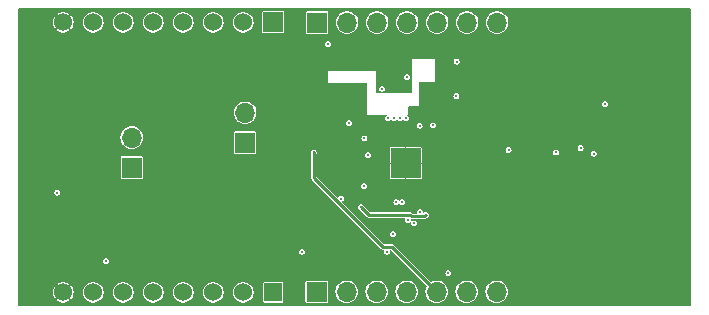
<source format=gbr>
%TF.GenerationSoftware,KiCad,Pcbnew,(6.0.8)*%
%TF.CreationDate,2023-04-10T13:30:07+02:00*%
%TF.ProjectId,LR1120_Mikrobus,4c523131-3230-45f4-9d69-6b726f627573,rev?*%
%TF.SameCoordinates,Original*%
%TF.FileFunction,Copper,L4,Bot*%
%TF.FilePolarity,Positive*%
%FSLAX46Y46*%
G04 Gerber Fmt 4.6, Leading zero omitted, Abs format (unit mm)*
G04 Created by KiCad (PCBNEW (6.0.8)) date 2023-04-10 13:30:07*
%MOMM*%
%LPD*%
G01*
G04 APERTURE LIST*
%TA.AperFunction,ComponentPad*%
%ADD10R,1.676400X1.676400*%
%TD*%
%TA.AperFunction,ComponentPad*%
%ADD11C,1.524000*%
%TD*%
%TA.AperFunction,ComponentPad*%
%ADD12R,1.524000X1.524000*%
%TD*%
%TA.AperFunction,ComponentPad*%
%ADD13R,1.700000X1.700000*%
%TD*%
%TA.AperFunction,ComponentPad*%
%ADD14O,1.700000X1.700000*%
%TD*%
%TA.AperFunction,ComponentPad*%
%ADD15C,0.500000*%
%TD*%
%TA.AperFunction,SMDPad,CuDef*%
%ADD16R,2.500000X2.500000*%
%TD*%
%TA.AperFunction,ViaPad*%
%ADD17C,0.300000*%
%TD*%
%TA.AperFunction,Conductor*%
%ADD18C,0.250000*%
%TD*%
G04 APERTURE END LIST*
D10*
%TO.P,CON1,P1,AN*%
%TO.N,unconnected-(CON1-PadP1)*%
X121685000Y-101285000D03*
D11*
%TO.P,CON1,P2,RST*%
%TO.N,/LR_NRESET*%
X119145000Y-101285000D03*
%TO.P,CON1,P3,CS*%
%TO.N,/NSS*%
X116605000Y-101285000D03*
%TO.P,CON1,P4,SCK*%
%TO.N,/SCK*%
X114065000Y-101285000D03*
%TO.P,CON1,P5,MISO*%
%TO.N,/MISO*%
X111525000Y-101285000D03*
%TO.P,CON1,P6,MOSI*%
%TO.N,/MOSI*%
X108985000Y-101285000D03*
%TO.P,CON1,P7,3V3*%
%TO.N,/VDD_MBED*%
X106445000Y-101285000D03*
%TO.P,CON1,P8,GND1*%
%TO.N,GND*%
X103905000Y-101285000D03*
%TO.P,CON1,P9,GND2*%
X103905000Y-124145000D03*
%TO.P,CON1,P10,5V*%
%TO.N,/VUSB_5V*%
X106445000Y-124145000D03*
%TO.P,CON1,P11,SDA*%
%TO.N,/I2C_SDA*%
X108985000Y-124145000D03*
%TO.P,CON1,P12,SCL*%
%TO.N,/I2C_SCL*%
X111525000Y-124145000D03*
%TO.P,CON1,P13,RX*%
%TO.N,unconnected-(CON1-PadP13)*%
X114065000Y-124145000D03*
%TO.P,CON1,P14,TX*%
%TO.N,unconnected-(CON1-PadP14)*%
X116605000Y-124145000D03*
%TO.P,CON1,P15,INT*%
%TO.N,unconnected-(CON1-PadP15)*%
X119145000Y-124145000D03*
D12*
%TO.P,CON1,P16,PWM*%
%TO.N,unconnected-(CON1-PadP16)*%
X121685000Y-124145000D03*
%TD*%
D13*
%TO.P,J1,1,Pin_1*%
%TO.N,/DIO9*%
X125400000Y-101300000D03*
D14*
%TO.P,J1,2,Pin_2*%
%TO.N,/DISP_RESET*%
X127940000Y-101300000D03*
%TO.P,J1,3,Pin_3*%
%TO.N,/SNIFFING*%
X130480000Y-101300000D03*
%TO.P,J1,4,Pin_4*%
%TO.N,/F_CS*%
X133020000Y-101300000D03*
%TO.P,J1,5,Pin_5*%
%TO.N,/T_IRQ*%
X135560000Y-101300000D03*
%TO.P,J1,6,Pin_6*%
%TO.N,/TFT_D{slash}C*%
X138100000Y-101300000D03*
%TO.P,J1,7,Pin_7*%
%TO.N,/TFT_CS*%
X140640000Y-101300000D03*
%TD*%
D13*
%TO.P,VDD_RF_SW1,1,A*%
%TO.N,/VDD_RF_SW*%
X109700000Y-113575000D03*
D14*
%TO.P,VDD_RF_SW1,2,B*%
%TO.N,/VDD_3V3*%
X109700000Y-111035000D03*
%TD*%
D13*
%TO.P,VDD_RADIO1,1,A*%
%TO.N,/VDD_RADIO*%
X119300000Y-111475000D03*
D14*
%TO.P,VDD_RADIO1,2,B*%
%TO.N,/VDD_MBED*%
X119300000Y-108935000D03*
%TD*%
D13*
%TO.P,J2,1,Pin_1*%
%TO.N,/LED_RX*%
X125360000Y-124100000D03*
D14*
%TO.P,J2,2,Pin_2*%
%TO.N,/LED_TX*%
X127900000Y-124100000D03*
%TO.P,J2,3,Pin_3*%
%TO.N,/LNA_CTRL_MCU*%
X130440000Y-124100000D03*
%TO.P,J2,4,Pin_4*%
%TO.N,/LR112x*%
X132980000Y-124100000D03*
%TO.P,J2,5,Pin_5*%
%TO.N,/32k_OUT*%
X135520000Y-124100000D03*
%TO.P,J2,6,Pin_6*%
%TO.N,/ACC_INT1*%
X138060000Y-124100000D03*
%TO.P,J2,7,Pin_7*%
%TO.N,/BUSY*%
X140600000Y-124100000D03*
%TD*%
D15*
%TO.P,U1,33,GND*%
%TO.N,GND*%
X132900000Y-114200000D03*
X132900000Y-112200000D03*
X131900000Y-114200000D03*
X131900000Y-113200000D03*
X132900000Y-113200000D03*
D16*
X132900000Y-113200000D03*
D15*
X131900000Y-112200000D03*
X133900000Y-112200000D03*
X133900000Y-114200000D03*
X133900000Y-113200000D03*
%TD*%
D17*
%TO.N,GND*%
X131000000Y-119750000D03*
X131500000Y-119750000D03*
X137750000Y-106750000D03*
X138125000Y-107000000D03*
X137875000Y-107375000D03*
X146125000Y-109000000D03*
X145375000Y-109000000D03*
X145750000Y-109250000D03*
X128625000Y-112250000D03*
X143000000Y-109375000D03*
X142500000Y-109000000D03*
X143375000Y-109000000D03*
X127000000Y-104250000D03*
X127750000Y-104250000D03*
X127375000Y-104625000D03*
X125625000Y-108375000D03*
X134875000Y-108750000D03*
X135500000Y-108750000D03*
X135250000Y-108500000D03*
X134500000Y-108500000D03*
X128000000Y-116375000D03*
X128625000Y-116375000D03*
X112250000Y-119875000D03*
X108375000Y-119875000D03*
X108000000Y-120125000D03*
X106000000Y-118000000D03*
X105125000Y-117625000D03*
X105625000Y-109125000D03*
X105250000Y-109500000D03*
X105625000Y-109875000D03*
X114500000Y-110875000D03*
X113500000Y-110875000D03*
X114000000Y-111375000D03*
X115250000Y-110625000D03*
X123250000Y-109375000D03*
X123625000Y-109750000D03*
X122750000Y-109750000D03*
X125625000Y-110250000D03*
X125250000Y-110625000D03*
X125625000Y-110875000D03*
X135750000Y-117375000D03*
X152375000Y-123875000D03*
X152375000Y-103500000D03*
X151500000Y-104000000D03*
X150500000Y-107250000D03*
X150750000Y-107625000D03*
X150250000Y-107625000D03*
X139000000Y-111625000D03*
X139250000Y-112000000D03*
X139000000Y-112375000D03*
X141250000Y-110875000D03*
X141000000Y-110500000D03*
X141000000Y-111250000D03*
X140500000Y-109000000D03*
X140125000Y-109375000D03*
X139750000Y-109000000D03*
X140625000Y-105250000D03*
X140250000Y-104875000D03*
X139875000Y-105250000D03*
X147500000Y-104625000D03*
X147125000Y-105000000D03*
X147500000Y-105375000D03*
X146250000Y-105250000D03*
X145750000Y-104875000D03*
X145375000Y-105250000D03*
X143375000Y-105250000D03*
X142625000Y-105250000D03*
X143000000Y-104875000D03*
X147125000Y-111750000D03*
X146750000Y-112125000D03*
X144500000Y-112750000D03*
X144000000Y-112500000D03*
X143750000Y-112750000D03*
X143500000Y-112500000D03*
X144250000Y-114625000D03*
X144625000Y-114250000D03*
X140000000Y-114250000D03*
X138625000Y-115625000D03*
X102000000Y-121000000D03*
X103000000Y-122000000D03*
X101000000Y-121000000D03*
X102000000Y-122000000D03*
X102000000Y-120000000D03*
X101000000Y-120000000D03*
X103000000Y-121000000D03*
X101000000Y-122000000D03*
X115000000Y-111000000D03*
X106000000Y-106000000D03*
X106000000Y-103000000D03*
X106000000Y-104000000D03*
X107000000Y-105000000D03*
X108000000Y-106000000D03*
X108000000Y-105000000D03*
X107000000Y-106000000D03*
X107000000Y-103000000D03*
X107000000Y-104000000D03*
X106000000Y-105000000D03*
X108000000Y-104000000D03*
X109000000Y-105000000D03*
X143000000Y-114000000D03*
%TO.N,/I2C_SCL*%
X107500000Y-121500000D03*
%TO.N,GND*%
X149125000Y-104250000D03*
X147875000Y-104000000D03*
X153000000Y-102000000D03*
X153000000Y-103500000D03*
X152000000Y-103500000D03*
X151000000Y-103500000D03*
X150000000Y-103500000D03*
X149250000Y-103500000D03*
X139125000Y-112625000D03*
X140000000Y-112625000D03*
X143000000Y-112625000D03*
X142000000Y-112625000D03*
X146000000Y-112875000D03*
X151000000Y-112625000D03*
X150000000Y-112625000D03*
X152000000Y-112625000D03*
X152875000Y-112625000D03*
X152875000Y-113750000D03*
X152000000Y-113750000D03*
X148250000Y-113750000D03*
X147000000Y-113750000D03*
X136750000Y-114875000D03*
X138875000Y-117375000D03*
X138000000Y-116500000D03*
X136625000Y-117375000D03*
X137250000Y-117875000D03*
X138000000Y-118625000D03*
X139000000Y-118750000D03*
X140000000Y-118750000D03*
X141000000Y-118750000D03*
X142000000Y-118750000D03*
X142000000Y-117375000D03*
X143000000Y-117375000D03*
X144000000Y-117375000D03*
X143000000Y-118750000D03*
X144750000Y-118250000D03*
X144000000Y-118750000D03*
X145625000Y-120250000D03*
X146250000Y-119750000D03*
X147125000Y-120625000D03*
X146500000Y-121125000D03*
X148000000Y-123000000D03*
X147375000Y-122000000D03*
X148000000Y-121500000D03*
X148625000Y-122125000D03*
X148000000Y-122625000D03*
X149000000Y-124000000D03*
X149000000Y-123375000D03*
X153000000Y-123375000D03*
X152000000Y-123375000D03*
X151000000Y-123375000D03*
X150000000Y-123375000D03*
X149000000Y-122500000D03*
X150000000Y-122500000D03*
X151000000Y-122500000D03*
X152000000Y-122500000D03*
X153000000Y-122500000D03*
X101000000Y-100250000D03*
X102000000Y-100250000D03*
X103000000Y-100250000D03*
X104000000Y-100250000D03*
X105000000Y-100250000D03*
X106000000Y-100250000D03*
X107000000Y-100250000D03*
X108000000Y-100250000D03*
X109000000Y-100250000D03*
X110000000Y-100250000D03*
X111000000Y-100250000D03*
X112000000Y-100250000D03*
X113000000Y-100250000D03*
X114000000Y-100250000D03*
X115000000Y-100250000D03*
X116000000Y-100250000D03*
X117000000Y-100250000D03*
X118000000Y-100250000D03*
X119000000Y-100250000D03*
X120000000Y-100250000D03*
X123000000Y-100250000D03*
X124000000Y-100250000D03*
X127000000Y-100250000D03*
X129000000Y-100250000D03*
X130000000Y-100250000D03*
X131000000Y-100250000D03*
X132000000Y-100250000D03*
X134000000Y-100250000D03*
X135000000Y-100250000D03*
X136000000Y-100250000D03*
X137000000Y-100250000D03*
X139000000Y-100250000D03*
X140000000Y-100250000D03*
X141000000Y-100250000D03*
X142000000Y-100250000D03*
X143000000Y-100250000D03*
X144000000Y-100250000D03*
X145000000Y-100250000D03*
X146000000Y-100250000D03*
X147000000Y-100250000D03*
X148000000Y-100250000D03*
X149000000Y-100250000D03*
X150000000Y-100250000D03*
X151000000Y-100250000D03*
X152000000Y-100250000D03*
X153000000Y-100250000D03*
X154000000Y-100250000D03*
X155000000Y-100250000D03*
X156000000Y-100250000D03*
X157000000Y-100250000D03*
X157000000Y-101000000D03*
X157000000Y-102000000D03*
X157000000Y-103000000D03*
X157000000Y-104000000D03*
X157000000Y-105000000D03*
X157000000Y-106000000D03*
X157000000Y-107000000D03*
X157000000Y-108000000D03*
X157000000Y-109000000D03*
X157000000Y-110000000D03*
X157000000Y-111000000D03*
X157000000Y-112000000D03*
X157000000Y-113000000D03*
X157000000Y-114000000D03*
X157000000Y-115000000D03*
X157000000Y-116000000D03*
X157000000Y-117000000D03*
X157000000Y-119000000D03*
X157000000Y-118000000D03*
X157000000Y-120000000D03*
X157000000Y-121000000D03*
X157000000Y-122000000D03*
X157000000Y-123000000D03*
X157000000Y-124000000D03*
X157000000Y-125000000D03*
X156000000Y-125000000D03*
X155000000Y-125000000D03*
X154000000Y-125000000D03*
X153000000Y-125000000D03*
X152000000Y-125000000D03*
X150000000Y-125000000D03*
X151000000Y-125000000D03*
X149000000Y-125000000D03*
X148000000Y-125000000D03*
X147000000Y-125000000D03*
X146000000Y-125000000D03*
X145000000Y-125000000D03*
X144000000Y-125000000D03*
X143000000Y-125000000D03*
X142000000Y-125000000D03*
X139000000Y-125000000D03*
X137000000Y-125000000D03*
X134000000Y-125000000D03*
X132000000Y-125000000D03*
X129000000Y-125000000D03*
X127000000Y-125000000D03*
X124000000Y-125000000D03*
X123000000Y-125000000D03*
X120000000Y-125000000D03*
X118000000Y-125000000D03*
X116000000Y-125000000D03*
X115000000Y-125000000D03*
X113000000Y-125000000D03*
X110000000Y-125000000D03*
X108000000Y-125000000D03*
X107000000Y-125000000D03*
X105000000Y-125000000D03*
X103000000Y-125000000D03*
X100250000Y-125000000D03*
X100250000Y-124000000D03*
X100250000Y-123000000D03*
X100250000Y-122000000D03*
X100250000Y-121000000D03*
X100250000Y-120000000D03*
X100250000Y-119000000D03*
X100250000Y-118000000D03*
X100250000Y-117000000D03*
X100250000Y-116000000D03*
X100250000Y-115000000D03*
X100250000Y-114000000D03*
X100250000Y-113000000D03*
X100250000Y-112000000D03*
X100250000Y-111000000D03*
X100250000Y-110000000D03*
X100250000Y-109000000D03*
X100250000Y-108000000D03*
X100250000Y-107000000D03*
X100250000Y-106000000D03*
X100250000Y-105000000D03*
X100250000Y-104000000D03*
X100250000Y-103000000D03*
X100250000Y-102000000D03*
X100250000Y-101000000D03*
X100250000Y-100250000D03*
X141500000Y-105000000D03*
X144500000Y-105000000D03*
X146500000Y-104000000D03*
X145500000Y-104000000D03*
X144500000Y-104000000D03*
X143500000Y-104000000D03*
X142500000Y-104000000D03*
X141500000Y-104000000D03*
X140500000Y-104000000D03*
X139500000Y-104000000D03*
X138500000Y-104000000D03*
X146500000Y-107000000D03*
X145500000Y-107000000D03*
X144500000Y-107000000D03*
X143500000Y-107000000D03*
X142500000Y-107000000D03*
X141500000Y-107000000D03*
X140500000Y-107000000D03*
X138500000Y-107000000D03*
X139500000Y-107000000D03*
X146500000Y-109000000D03*
X144500000Y-109000000D03*
X141500000Y-109000000D03*
X146500000Y-111000000D03*
X145500000Y-111000000D03*
X144500000Y-111000000D03*
X143500000Y-111000000D03*
X142500000Y-111000000D03*
X141500000Y-114500000D03*
X142000000Y-114500000D03*
X141500000Y-114000000D03*
X141500000Y-115000000D03*
X141500000Y-115500000D03*
X141000000Y-115500000D03*
X141000000Y-114500000D03*
X140500000Y-115000000D03*
X140500000Y-114000000D03*
X140500000Y-114500000D03*
X140500000Y-115500000D03*
X140500000Y-116000000D03*
X140000000Y-115500000D03*
X139500000Y-115500000D03*
X139500000Y-115000000D03*
X139500000Y-116000000D03*
X131500000Y-116500000D03*
X131000000Y-116500000D03*
X130500000Y-116500000D03*
X130000000Y-116500000D03*
X130000000Y-116000000D03*
X130500000Y-116000000D03*
X129500000Y-116000000D03*
X130000000Y-115500000D03*
X130500000Y-115500000D03*
X125500000Y-114000000D03*
X126000000Y-114500000D03*
X126500000Y-114500000D03*
X127000000Y-114500000D03*
X127000000Y-112500000D03*
X126500000Y-112500000D03*
X126000000Y-112500000D03*
X125500000Y-112500000D03*
X125500000Y-113000000D03*
X125500000Y-113500000D03*
X126500000Y-114000000D03*
X127000000Y-113500000D03*
X126500000Y-113000000D03*
X126000000Y-113500000D03*
X126500000Y-113500000D03*
X143000000Y-123000000D03*
X147000000Y-104000000D03*
X152000000Y-110000000D03*
X125000000Y-108000000D03*
X125000000Y-111000000D03*
X150000000Y-101000000D03*
X117000000Y-122000000D03*
X148000000Y-118000000D03*
X105000000Y-103000000D03*
X101000000Y-123000000D03*
X126000000Y-106500000D03*
X149000000Y-117000000D03*
X156000000Y-118000000D03*
X142000000Y-104000000D03*
X125000000Y-105500000D03*
X150000000Y-102000000D03*
X103000000Y-114000000D03*
X114000000Y-115000000D03*
X113000000Y-113000000D03*
X107000000Y-107000000D03*
X103000000Y-112000000D03*
X104000000Y-112000000D03*
X104000000Y-107000000D03*
X146000000Y-117000000D03*
X145000000Y-102000000D03*
X114000000Y-112000000D03*
X140000000Y-115000000D03*
X121000000Y-106000000D03*
X144000000Y-121000000D03*
X127000000Y-107000000D03*
X136000000Y-121000000D03*
X150000000Y-116000000D03*
X134500000Y-106500000D03*
X144000000Y-101000000D03*
X114000000Y-106000000D03*
X125500000Y-107000000D03*
X143000000Y-103000000D03*
X141000000Y-121000000D03*
X146000000Y-113750000D03*
X144000000Y-105000000D03*
X153000000Y-115000000D03*
X102000000Y-108000000D03*
X136000000Y-104000000D03*
X119000000Y-115000000D03*
X147000000Y-116000000D03*
X106000000Y-114000000D03*
X114000000Y-104000000D03*
X145000000Y-109000000D03*
X122000000Y-113000000D03*
X108000000Y-108000000D03*
X155000000Y-118000000D03*
X113000000Y-105000000D03*
X145000000Y-115000000D03*
X128000000Y-107000000D03*
X141000000Y-122000000D03*
X115000000Y-113000000D03*
X150000000Y-124000000D03*
X127000000Y-115000000D03*
X129000000Y-107500000D03*
X153000000Y-107000000D03*
X137000000Y-122000000D03*
X129000000Y-104500000D03*
X154000000Y-106000000D03*
X155000000Y-120000000D03*
X142000000Y-114000000D03*
X143000000Y-117000000D03*
X153000000Y-121000000D03*
X111000000Y-116000000D03*
X118000000Y-115000000D03*
X116000000Y-104000000D03*
X154000000Y-109000000D03*
X131000000Y-122000000D03*
X101000000Y-115000000D03*
X116000000Y-112000000D03*
X117000000Y-118000000D03*
X151000000Y-120000000D03*
X144000000Y-109000000D03*
X134000000Y-104000000D03*
X127500000Y-105000000D03*
X122000000Y-105000000D03*
X154000000Y-116000000D03*
X103000000Y-106000000D03*
X105000000Y-109000000D03*
X123000000Y-108000000D03*
X120000000Y-122000000D03*
X150000000Y-122000000D03*
X139000000Y-104000000D03*
X113000000Y-118000000D03*
X153000000Y-104000000D03*
X120000000Y-118000000D03*
X126000000Y-105500000D03*
X117000000Y-113000000D03*
X110000000Y-108000000D03*
X102000000Y-111000000D03*
X152000000Y-111000000D03*
X121000000Y-105000000D03*
X111000000Y-107000000D03*
X101000000Y-111000000D03*
X145000000Y-117000000D03*
X126000000Y-114000000D03*
X123000000Y-109000000D03*
X151000000Y-105000000D03*
X139000000Y-121000000D03*
X140000000Y-104000000D03*
X152000000Y-117000000D03*
X122000000Y-114000000D03*
X147000000Y-123000000D03*
X125500000Y-105000000D03*
X101000000Y-109000000D03*
X121000000Y-117000000D03*
X122000000Y-118000000D03*
X102000000Y-124000000D03*
X114000000Y-103000000D03*
X125000000Y-104000000D03*
X140000000Y-122000000D03*
X154000000Y-108000000D03*
X121000000Y-113000000D03*
X105000000Y-104000000D03*
X150000000Y-121000000D03*
X119000000Y-122000000D03*
X143000000Y-121000000D03*
X124000000Y-104000000D03*
X155000000Y-119000000D03*
X143000000Y-104000000D03*
X138000000Y-120000000D03*
X104000000Y-110000000D03*
X101000000Y-102000000D03*
X108000000Y-107000000D03*
X155000000Y-117000000D03*
X141000000Y-104000000D03*
X146000000Y-103000000D03*
X113000000Y-117000000D03*
X145000000Y-123000000D03*
X145000000Y-116000000D03*
X148000000Y-101000000D03*
X156000000Y-106000000D03*
X107000000Y-115000000D03*
X104000000Y-113000000D03*
X124000000Y-122000000D03*
X129500000Y-105000000D03*
X135000000Y-120000000D03*
X147000000Y-103000000D03*
X124000000Y-107000000D03*
X146000000Y-102000000D03*
X152000000Y-112000000D03*
X145000000Y-105000000D03*
X149000000Y-101000000D03*
X116000000Y-105000000D03*
X122000000Y-122000000D03*
X144000000Y-111000000D03*
X103000000Y-107000000D03*
X154000000Y-117000000D03*
X106000000Y-107000000D03*
X152000000Y-105000000D03*
X116000000Y-107000000D03*
X143000000Y-111000000D03*
X152000000Y-118000000D03*
X153000000Y-109000000D03*
X119000000Y-104000000D03*
X149000000Y-111000000D03*
X111000000Y-117000000D03*
X102000000Y-110000000D03*
X107000000Y-108000000D03*
X142000000Y-117000000D03*
X146000000Y-101000000D03*
X125000000Y-104500000D03*
X109000000Y-107000000D03*
X119000000Y-107000000D03*
X102000000Y-107000000D03*
X147000000Y-109000000D03*
X152000000Y-122000000D03*
X103000000Y-108000000D03*
X152000000Y-116000000D03*
X151000000Y-113750000D03*
X145000000Y-124000000D03*
X153000000Y-112000000D03*
X115000000Y-122000000D03*
X147000000Y-124000000D03*
X148000000Y-117000000D03*
X144000000Y-124000000D03*
X125000000Y-117000000D03*
X156000000Y-120000000D03*
X116000000Y-114000000D03*
X126000000Y-107000000D03*
X121000000Y-122000000D03*
X114000000Y-119000000D03*
X119000000Y-103000000D03*
X143000000Y-116000000D03*
X154000000Y-118000000D03*
X110000000Y-117000000D03*
X115000000Y-116000000D03*
X147000000Y-101000000D03*
X152000000Y-115000000D03*
X150000000Y-111000000D03*
X150000000Y-120000000D03*
X156000000Y-117000000D03*
X104000000Y-103000000D03*
X116000000Y-106000000D03*
X113000000Y-104000000D03*
X146000000Y-104000000D03*
X105000000Y-108000000D03*
X147000000Y-122000000D03*
X135500000Y-107500000D03*
X133500000Y-104000000D03*
X141000000Y-120000000D03*
X147000000Y-102000000D03*
X116000000Y-122000000D03*
X146000000Y-122000000D03*
X113000000Y-114000000D03*
X134500000Y-104000000D03*
X130000000Y-122000000D03*
X150000000Y-113750000D03*
X101000000Y-103000000D03*
X135000000Y-108000000D03*
X152000000Y-102000000D03*
X155000000Y-116000000D03*
X101000000Y-113000000D03*
X104000000Y-108000000D03*
X120000000Y-117000000D03*
X117000000Y-108000000D03*
X103000000Y-111000000D03*
X102000000Y-112000000D03*
X101000000Y-107000000D03*
X110000000Y-107000000D03*
X142000000Y-107000000D03*
X103000000Y-105000000D03*
X139000000Y-116000000D03*
X144000000Y-123000000D03*
X144000000Y-122000000D03*
X149000000Y-119000000D03*
X143000000Y-107000000D03*
X144000000Y-120000000D03*
X108000000Y-115000000D03*
X140000000Y-121000000D03*
X123000000Y-115000000D03*
X147000000Y-119000000D03*
X105000000Y-112000000D03*
X144000000Y-116000000D03*
X122000000Y-106000000D03*
X117000000Y-105000000D03*
X153000000Y-108000000D03*
X128000000Y-105000000D03*
X151000000Y-111000000D03*
X115000000Y-103000000D03*
X117000000Y-117000000D03*
X154000000Y-110000000D03*
X147000000Y-115000000D03*
X152000000Y-120000000D03*
X141000000Y-115000000D03*
X141000000Y-105000000D03*
X104000000Y-105000000D03*
X114000000Y-114000000D03*
X126000000Y-106000000D03*
X128500000Y-107000000D03*
X126500000Y-105000000D03*
X116000000Y-117000000D03*
X117000000Y-106000000D03*
X122000000Y-108000000D03*
X148000000Y-121000000D03*
X101000000Y-110000000D03*
X125000000Y-105000000D03*
X136500000Y-104500000D03*
X142000000Y-121000000D03*
X155000000Y-108000000D03*
X153000000Y-117000000D03*
X143000000Y-124000000D03*
X125500000Y-106000000D03*
X106000000Y-115000000D03*
X155000000Y-110000000D03*
X151000000Y-101000000D03*
X123000000Y-103000000D03*
X127000000Y-105000000D03*
X127000000Y-113000000D03*
X103000000Y-110000000D03*
X148000000Y-103000000D03*
X156000000Y-109000000D03*
X138000000Y-104000000D03*
X151000000Y-119000000D03*
X148000000Y-124000000D03*
X108000000Y-114000000D03*
X114000000Y-107000000D03*
X142000000Y-109000000D03*
X148000000Y-120000000D03*
X116000000Y-115000000D03*
X150000000Y-106000000D03*
X101000000Y-124000000D03*
X118000000Y-107000000D03*
X140000000Y-120000000D03*
X115000000Y-106000000D03*
X119000000Y-117000000D03*
X111000000Y-108000000D03*
X150000000Y-118000000D03*
X156000000Y-107000000D03*
X105000000Y-107000000D03*
X153000000Y-118000000D03*
X103000000Y-103000000D03*
X114000000Y-113000000D03*
X149000000Y-102000000D03*
X152000000Y-119000000D03*
X103000000Y-113000000D03*
X114000000Y-105000000D03*
X129000000Y-122000000D03*
X120000000Y-105000000D03*
X145000000Y-101000000D03*
X101000000Y-112000000D03*
X124000000Y-117000000D03*
X124000000Y-116000000D03*
X151000000Y-122000000D03*
X123000000Y-106000000D03*
X110000000Y-116000000D03*
X154000000Y-120000000D03*
X152000000Y-107000000D03*
X129000000Y-107000000D03*
X105000000Y-110000000D03*
X105000000Y-106000000D03*
X151000000Y-121000000D03*
X118000000Y-117000000D03*
X104000000Y-111000000D03*
X120000000Y-116000000D03*
X126500000Y-107000000D03*
X152000000Y-101000000D03*
X143000000Y-120000000D03*
X140000000Y-107000000D03*
X125000000Y-110000000D03*
X122000000Y-107000000D03*
X146000000Y-121000000D03*
X145000000Y-122000000D03*
X109000000Y-115000000D03*
X104000000Y-106000000D03*
X150000000Y-105000000D03*
X139000000Y-120000000D03*
X112000000Y-117000000D03*
X103000000Y-104000000D03*
X152000000Y-121000000D03*
X112000000Y-118000000D03*
X154000000Y-119000000D03*
X135000000Y-106500000D03*
X149000000Y-121000000D03*
X145000000Y-104000000D03*
X111000000Y-119000000D03*
X102000000Y-104000000D03*
X113000000Y-106000000D03*
X109000000Y-116000000D03*
X118000000Y-116000000D03*
X115000000Y-112000000D03*
X119000000Y-118000000D03*
X118000000Y-103000000D03*
X140000000Y-116000000D03*
X140000000Y-112000000D03*
X124000000Y-112000000D03*
X146000000Y-115000000D03*
X144000000Y-104000000D03*
X153000000Y-120000000D03*
X136500000Y-105000000D03*
X142000000Y-122000000D03*
X123000000Y-107000000D03*
X129000000Y-108000000D03*
X142000000Y-111000000D03*
X125000000Y-106000000D03*
X151000000Y-106000000D03*
X117000000Y-115000000D03*
X149000000Y-116000000D03*
X113000000Y-122000000D03*
X102000000Y-114000000D03*
X115000000Y-108000000D03*
X149000000Y-120000000D03*
X145000000Y-111000000D03*
X101000000Y-125000000D03*
X110000000Y-106000000D03*
X116000000Y-116000000D03*
X116000000Y-108000000D03*
X156000000Y-110000000D03*
X124000000Y-110000000D03*
X105000000Y-115000000D03*
X149000000Y-118000000D03*
X126000000Y-117000000D03*
X141000000Y-114000000D03*
X152000000Y-108000000D03*
X147000000Y-111000000D03*
X103000000Y-109000000D03*
X127500000Y-107000000D03*
X105000000Y-111000000D03*
X110000000Y-118000000D03*
X144000000Y-107000000D03*
X135000000Y-122000000D03*
X143000000Y-122000000D03*
X116000000Y-113000000D03*
X146000000Y-123000000D03*
X109000000Y-117000000D03*
X155000000Y-107000000D03*
X110000000Y-115000000D03*
X102000000Y-123000000D03*
X118000000Y-118000000D03*
X117000000Y-116000000D03*
X148000000Y-102000000D03*
X121000000Y-114000000D03*
X114000000Y-122000000D03*
X145000000Y-103000000D03*
X149000000Y-122000000D03*
X141000000Y-109000000D03*
X145000000Y-121000000D03*
X154000000Y-107000000D03*
X143000000Y-101000000D03*
X152000000Y-109000000D03*
X124000000Y-109000000D03*
X113000000Y-115000000D03*
X153000000Y-111000000D03*
X121000000Y-118000000D03*
X115000000Y-114000000D03*
X156000000Y-116000000D03*
X153000000Y-101000000D03*
X102000000Y-102000000D03*
X121000000Y-104000000D03*
X148000000Y-119000000D03*
X139000000Y-107000000D03*
X150000000Y-117000000D03*
X118000000Y-106000000D03*
X125000000Y-116000000D03*
X126000000Y-110000000D03*
X126000000Y-105000000D03*
X120000000Y-103000000D03*
X150000000Y-112000000D03*
X104000000Y-104000000D03*
X101000000Y-114000000D03*
X156000000Y-119000000D03*
X144000000Y-115000000D03*
X113000000Y-119000000D03*
X150000000Y-104000000D03*
X123000000Y-104000000D03*
X142000000Y-120000000D03*
X146000000Y-107000000D03*
X151000000Y-118000000D03*
X153000000Y-116000000D03*
X115000000Y-115000000D03*
X127000000Y-114000000D03*
X141000000Y-112000000D03*
X120000000Y-104000000D03*
X156000000Y-108000000D03*
X102000000Y-103000000D03*
X146000000Y-116000000D03*
X125500000Y-106500000D03*
X124000000Y-115000000D03*
X102000000Y-109000000D03*
X105000000Y-114000000D03*
X101000000Y-101000000D03*
X155000000Y-109000000D03*
X102000000Y-106000000D03*
X151000000Y-102000000D03*
X141000000Y-107000000D03*
X101000000Y-104000000D03*
X147000000Y-120000000D03*
X109000000Y-108000000D03*
X134500000Y-107000000D03*
X106000000Y-108000000D03*
X125000000Y-106500000D03*
X108000000Y-116000000D03*
X102000000Y-101000000D03*
X126000000Y-113000000D03*
X115000000Y-105000000D03*
X102000000Y-125000000D03*
X117000000Y-114000000D03*
X150000000Y-119000000D03*
X124000000Y-105000000D03*
X153000000Y-105000000D03*
X151000000Y-116000000D03*
X102000000Y-115000000D03*
X102000000Y-105000000D03*
X151000000Y-117000000D03*
X147000000Y-118000000D03*
X113000000Y-112000000D03*
X115000000Y-104000000D03*
X144000000Y-117000000D03*
X136500000Y-104000000D03*
X117000000Y-107000000D03*
X142000000Y-105000000D03*
X118000000Y-122000000D03*
X104000000Y-109000000D03*
X101000000Y-106000000D03*
X116000000Y-118000000D03*
X152000000Y-106000000D03*
X151000000Y-112000000D03*
X155000000Y-106000000D03*
X146000000Y-111000000D03*
X122000000Y-115000000D03*
X105000000Y-105000000D03*
X125500000Y-105500000D03*
X109000000Y-106000000D03*
X129000000Y-105000000D03*
X153000000Y-110000000D03*
X141000000Y-116000000D03*
X101000000Y-105000000D03*
X144000000Y-102000000D03*
X123000000Y-114000000D03*
X153000000Y-119000000D03*
X123000000Y-122000000D03*
X151000000Y-124000000D03*
X102000000Y-113000000D03*
X145000000Y-107000000D03*
X101000000Y-108000000D03*
X129500000Y-103500000D03*
X107000000Y-114000000D03*
X123000000Y-116000000D03*
X145000000Y-113750000D03*
X146000000Y-124000000D03*
X111000000Y-118000000D03*
X142000000Y-115000000D03*
X150000000Y-115000000D03*
X129500000Y-104500000D03*
X129500000Y-104000000D03*
X143000000Y-102000000D03*
X115000000Y-107000000D03*
X144000000Y-103000000D03*
X112000000Y-108000000D03*
X151000000Y-115000000D03*
X153000000Y-106000000D03*
X113000000Y-103000000D03*
%TO.N,/VDD_RADIO*%
X129350000Y-115150000D03*
X134067500Y-110032500D03*
%TO.N,/VR_PA*%
X137200000Y-104600000D03*
X137185000Y-107515000D03*
X135200000Y-110000000D03*
%TO.N,/VDD_3V3*%
X131300000Y-120700000D03*
X124100000Y-120700000D03*
%TO.N,/VDD_RF_SW*%
X149780000Y-108220000D03*
X147700000Y-111900000D03*
%TO.N,/LNA_CTRL_ON*%
X131800000Y-119200000D03*
X148800000Y-112400000D03*
%TO.N,/XTA*%
X133000000Y-105900000D03*
X132400000Y-109400000D03*
%TO.N,/VTCXO*%
X126300000Y-103100000D03*
X132900000Y-109400000D03*
%TO.N,/DIO9*%
X128100000Y-109800000D03*
X129400000Y-111100000D03*
%TO.N,/32k_OUT*%
X125100000Y-112300000D03*
%TO.N,/ACC_INT1*%
X103400000Y-115700000D03*
X136500000Y-122500000D03*
%TO.N,/XTB*%
X131900000Y-109400000D03*
X130900000Y-106900000D03*
%TO.N,/DIO5*%
X132600000Y-116500000D03*
X141600000Y-112100000D03*
%TO.N,/DIO6*%
X132100000Y-116500000D03*
X145600000Y-112300000D03*
%TO.N,/DIO7*%
X129700000Y-112500000D03*
X127400000Y-116200000D03*
%TO.N,/LR_NRESET*%
X131400000Y-109400000D03*
%TO.N,/MISO*%
X133100000Y-118000000D03*
%TO.N,/MOSI*%
X133600000Y-118300000D03*
%TO.N,/SCK*%
X134100000Y-117344500D03*
%TO.N,/NSS*%
X129100000Y-116900000D03*
X134600000Y-117600000D03*
%TD*%
D18*
%TO.N,/32k_OUT*%
X130969669Y-120300000D02*
X125100000Y-114430331D01*
X125100000Y-114430331D02*
X125100000Y-112300000D01*
X135520000Y-124100000D02*
X131720000Y-120300000D01*
X131720000Y-120300000D02*
X130969669Y-120300000D01*
%TO.N,/NSS*%
X133419500Y-117719500D02*
X133300000Y-117600000D01*
X133300000Y-117600000D02*
X129800000Y-117600000D01*
X134600000Y-117600000D02*
X134480500Y-117719500D01*
X129800000Y-117600000D02*
X129100000Y-116900000D01*
X134480500Y-117719500D02*
X133419500Y-117719500D01*
%TD*%
%TA.AperFunction,Conductor*%
%TO.N,GND*%
G36*
X157035148Y-100114852D02*
G01*
X157049500Y-100149500D01*
X157049500Y-125250500D01*
X157035148Y-125285148D01*
X157000500Y-125299500D01*
X100149500Y-125299500D01*
X100114852Y-125285148D01*
X100100500Y-125250500D01*
X100100500Y-124791880D01*
X103332869Y-124791880D01*
X103334607Y-124796076D01*
X103469546Y-124894115D01*
X103473973Y-124896671D01*
X103634818Y-124968283D01*
X103639669Y-124969859D01*
X103811891Y-125006467D01*
X103816964Y-125007000D01*
X103993036Y-125007000D01*
X103998109Y-125006467D01*
X104170331Y-124969859D01*
X104175182Y-124968283D01*
X104336027Y-124896671D01*
X104340454Y-124894115D01*
X104473283Y-124797609D01*
X104477182Y-124791248D01*
X104476122Y-124786833D01*
X103911893Y-124222604D01*
X103905000Y-124219749D01*
X103898107Y-124222604D01*
X103335724Y-124784987D01*
X103332869Y-124791880D01*
X100100500Y-124791880D01*
X100100500Y-124147550D01*
X103038520Y-124147550D01*
X103056925Y-124322656D01*
X103057986Y-124327647D01*
X103112393Y-124495096D01*
X103114471Y-124499764D01*
X103202501Y-124652237D01*
X103205504Y-124656370D01*
X103254614Y-124710912D01*
X103260664Y-124713797D01*
X103268500Y-124710789D01*
X103827396Y-124151893D01*
X103830251Y-124145000D01*
X103979749Y-124145000D01*
X103982604Y-124151893D01*
X104541972Y-124711261D01*
X104548167Y-124713828D01*
X104555834Y-124710414D01*
X104604496Y-124656370D01*
X104607499Y-124652237D01*
X104695529Y-124499764D01*
X104697607Y-124495096D01*
X104752014Y-124327647D01*
X104753075Y-124322656D01*
X104771480Y-124147550D01*
X104771480Y-124145000D01*
X105577749Y-124145000D01*
X105578017Y-124147550D01*
X105580742Y-124173480D01*
X105596701Y-124325312D01*
X105652727Y-124497743D01*
X105654011Y-124499968D01*
X105654012Y-124499969D01*
X105739748Y-124648468D01*
X105743379Y-124654757D01*
X105745100Y-124656669D01*
X105745102Y-124656671D01*
X105862980Y-124787588D01*
X105862984Y-124787591D01*
X105864696Y-124789493D01*
X105866765Y-124790996D01*
X105866767Y-124790998D01*
X106009298Y-124894553D01*
X106011374Y-124896061D01*
X106177005Y-124969805D01*
X106265676Y-124988652D01*
X106351839Y-125006967D01*
X106351842Y-125006967D01*
X106354348Y-125007500D01*
X106535652Y-125007500D01*
X106538158Y-125006967D01*
X106538161Y-125006967D01*
X106624324Y-124988652D01*
X106712995Y-124969805D01*
X106878626Y-124896061D01*
X106880702Y-124894553D01*
X107023233Y-124790998D01*
X107023235Y-124790996D01*
X107025304Y-124789493D01*
X107027016Y-124787591D01*
X107027020Y-124787588D01*
X107144898Y-124656671D01*
X107144900Y-124656669D01*
X107146621Y-124654757D01*
X107150252Y-124648468D01*
X107235988Y-124499969D01*
X107235989Y-124499968D01*
X107237273Y-124497743D01*
X107293299Y-124325312D01*
X107309258Y-124173480D01*
X107311983Y-124147550D01*
X107312251Y-124145000D01*
X108117749Y-124145000D01*
X108118017Y-124147550D01*
X108120742Y-124173480D01*
X108136701Y-124325312D01*
X108192727Y-124497743D01*
X108194011Y-124499968D01*
X108194012Y-124499969D01*
X108279748Y-124648468D01*
X108283379Y-124654757D01*
X108285100Y-124656669D01*
X108285102Y-124656671D01*
X108402980Y-124787588D01*
X108402984Y-124787591D01*
X108404696Y-124789493D01*
X108406765Y-124790996D01*
X108406767Y-124790998D01*
X108549298Y-124894553D01*
X108551374Y-124896061D01*
X108717005Y-124969805D01*
X108805676Y-124988652D01*
X108891839Y-125006967D01*
X108891842Y-125006967D01*
X108894348Y-125007500D01*
X109075652Y-125007500D01*
X109078158Y-125006967D01*
X109078161Y-125006967D01*
X109164324Y-124988652D01*
X109252995Y-124969805D01*
X109418626Y-124896061D01*
X109420702Y-124894553D01*
X109563233Y-124790998D01*
X109563235Y-124790996D01*
X109565304Y-124789493D01*
X109567016Y-124787591D01*
X109567020Y-124787588D01*
X109684898Y-124656671D01*
X109684900Y-124656669D01*
X109686621Y-124654757D01*
X109690252Y-124648468D01*
X109775988Y-124499969D01*
X109775989Y-124499968D01*
X109777273Y-124497743D01*
X109833299Y-124325312D01*
X109849258Y-124173480D01*
X109851983Y-124147550D01*
X109852251Y-124145000D01*
X110657749Y-124145000D01*
X110658017Y-124147550D01*
X110660742Y-124173480D01*
X110676701Y-124325312D01*
X110732727Y-124497743D01*
X110734011Y-124499968D01*
X110734012Y-124499969D01*
X110819748Y-124648468D01*
X110823379Y-124654757D01*
X110825100Y-124656669D01*
X110825102Y-124656671D01*
X110942980Y-124787588D01*
X110942984Y-124787591D01*
X110944696Y-124789493D01*
X110946765Y-124790996D01*
X110946767Y-124790998D01*
X111089298Y-124894553D01*
X111091374Y-124896061D01*
X111257005Y-124969805D01*
X111345676Y-124988652D01*
X111431839Y-125006967D01*
X111431842Y-125006967D01*
X111434348Y-125007500D01*
X111615652Y-125007500D01*
X111618158Y-125006967D01*
X111618161Y-125006967D01*
X111704324Y-124988652D01*
X111792995Y-124969805D01*
X111958626Y-124896061D01*
X111960702Y-124894553D01*
X112103233Y-124790998D01*
X112103235Y-124790996D01*
X112105304Y-124789493D01*
X112107016Y-124787591D01*
X112107020Y-124787588D01*
X112224898Y-124656671D01*
X112224900Y-124656669D01*
X112226621Y-124654757D01*
X112230252Y-124648468D01*
X112315988Y-124499969D01*
X112315989Y-124499968D01*
X112317273Y-124497743D01*
X112373299Y-124325312D01*
X112389258Y-124173480D01*
X112391983Y-124147550D01*
X112392251Y-124145000D01*
X113197749Y-124145000D01*
X113198017Y-124147550D01*
X113200742Y-124173480D01*
X113216701Y-124325312D01*
X113272727Y-124497743D01*
X113274011Y-124499968D01*
X113274012Y-124499969D01*
X113359748Y-124648468D01*
X113363379Y-124654757D01*
X113365100Y-124656669D01*
X113365102Y-124656671D01*
X113482980Y-124787588D01*
X113482984Y-124787591D01*
X113484696Y-124789493D01*
X113486765Y-124790996D01*
X113486767Y-124790998D01*
X113629298Y-124894553D01*
X113631374Y-124896061D01*
X113797005Y-124969805D01*
X113885676Y-124988652D01*
X113971839Y-125006967D01*
X113971842Y-125006967D01*
X113974348Y-125007500D01*
X114155652Y-125007500D01*
X114158158Y-125006967D01*
X114158161Y-125006967D01*
X114244324Y-124988652D01*
X114332995Y-124969805D01*
X114498626Y-124896061D01*
X114500702Y-124894553D01*
X114643233Y-124790998D01*
X114643235Y-124790996D01*
X114645304Y-124789493D01*
X114647016Y-124787591D01*
X114647020Y-124787588D01*
X114764898Y-124656671D01*
X114764900Y-124656669D01*
X114766621Y-124654757D01*
X114770252Y-124648468D01*
X114855988Y-124499969D01*
X114855989Y-124499968D01*
X114857273Y-124497743D01*
X114913299Y-124325312D01*
X114929258Y-124173480D01*
X114931983Y-124147550D01*
X114932251Y-124145000D01*
X115737749Y-124145000D01*
X115738017Y-124147550D01*
X115740742Y-124173480D01*
X115756701Y-124325312D01*
X115812727Y-124497743D01*
X115814011Y-124499968D01*
X115814012Y-124499969D01*
X115899748Y-124648468D01*
X115903379Y-124654757D01*
X115905100Y-124656669D01*
X115905102Y-124656671D01*
X116022980Y-124787588D01*
X116022984Y-124787591D01*
X116024696Y-124789493D01*
X116026765Y-124790996D01*
X116026767Y-124790998D01*
X116169298Y-124894553D01*
X116171374Y-124896061D01*
X116337005Y-124969805D01*
X116425676Y-124988652D01*
X116511839Y-125006967D01*
X116511842Y-125006967D01*
X116514348Y-125007500D01*
X116695652Y-125007500D01*
X116698158Y-125006967D01*
X116698161Y-125006967D01*
X116784324Y-124988652D01*
X116872995Y-124969805D01*
X117038626Y-124896061D01*
X117040702Y-124894553D01*
X117183233Y-124790998D01*
X117183235Y-124790996D01*
X117185304Y-124789493D01*
X117187016Y-124787591D01*
X117187020Y-124787588D01*
X117304898Y-124656671D01*
X117304900Y-124656669D01*
X117306621Y-124654757D01*
X117310252Y-124648468D01*
X117395988Y-124499969D01*
X117395989Y-124499968D01*
X117397273Y-124497743D01*
X117453299Y-124325312D01*
X117469258Y-124173480D01*
X117471983Y-124147550D01*
X117472251Y-124145000D01*
X118277749Y-124145000D01*
X118278017Y-124147550D01*
X118280742Y-124173480D01*
X118296701Y-124325312D01*
X118352727Y-124497743D01*
X118354011Y-124499968D01*
X118354012Y-124499969D01*
X118439748Y-124648468D01*
X118443379Y-124654757D01*
X118445100Y-124656669D01*
X118445102Y-124656671D01*
X118562980Y-124787588D01*
X118562984Y-124787591D01*
X118564696Y-124789493D01*
X118566765Y-124790996D01*
X118566767Y-124790998D01*
X118709298Y-124894553D01*
X118711374Y-124896061D01*
X118877005Y-124969805D01*
X118965676Y-124988652D01*
X119051839Y-125006967D01*
X119051842Y-125006967D01*
X119054348Y-125007500D01*
X119235652Y-125007500D01*
X119238158Y-125006967D01*
X119238161Y-125006967D01*
X119324324Y-124988652D01*
X119412995Y-124969805D01*
X119578626Y-124896061D01*
X119580702Y-124894553D01*
X119723233Y-124790998D01*
X119723235Y-124790996D01*
X119725304Y-124789493D01*
X119727016Y-124787591D01*
X119727020Y-124787588D01*
X119844898Y-124656671D01*
X119844900Y-124656669D01*
X119846621Y-124654757D01*
X119850252Y-124648468D01*
X119935988Y-124499969D01*
X119935989Y-124499968D01*
X119937273Y-124497743D01*
X119993299Y-124325312D01*
X120009258Y-124173480D01*
X120011983Y-124147550D01*
X120012251Y-124145000D01*
X120011527Y-124138107D01*
X119993567Y-123967239D01*
X119993299Y-123964688D01*
X119937273Y-123792257D01*
X119846621Y-123635243D01*
X119844898Y-123633329D01*
X119727020Y-123502412D01*
X119727016Y-123502409D01*
X119725304Y-123500507D01*
X119722889Y-123498752D01*
X119580702Y-123395447D01*
X119580700Y-123395446D01*
X119578626Y-123393939D01*
X119537236Y-123375511D01*
X120822500Y-123375511D01*
X120822501Y-124145958D01*
X120822501Y-124916898D01*
X120828331Y-124946213D01*
X120831012Y-124950225D01*
X120831012Y-124950226D01*
X120837475Y-124959899D01*
X120850543Y-124979457D01*
X120854554Y-124982137D01*
X120871151Y-124993226D01*
X120883787Y-125001669D01*
X120888521Y-125002611D01*
X120888522Y-125002611D01*
X120894550Y-125003810D01*
X120913101Y-125007500D01*
X120915511Y-125007500D01*
X121685962Y-125007499D01*
X122456898Y-125007499D01*
X122486213Y-125001669D01*
X122498850Y-124993226D01*
X122515446Y-124982137D01*
X122519457Y-124979457D01*
X122532525Y-124959899D01*
X122538988Y-124950226D01*
X122538988Y-124950225D01*
X122541669Y-124946213D01*
X122547500Y-124916899D01*
X122547500Y-124145000D01*
X122547499Y-123375506D01*
X122547499Y-123373102D01*
X122541669Y-123343787D01*
X122519457Y-123310543D01*
X122514226Y-123307048D01*
X122490226Y-123291012D01*
X122490225Y-123291012D01*
X122486213Y-123288331D01*
X122481479Y-123287389D01*
X122481478Y-123287389D01*
X122475259Y-123286152D01*
X122456899Y-123282500D01*
X122454489Y-123282500D01*
X121684038Y-123282501D01*
X120913102Y-123282501D01*
X120883787Y-123288331D01*
X120879775Y-123291012D01*
X120879774Y-123291012D01*
X120855774Y-123307048D01*
X120850543Y-123310543D01*
X120828331Y-123343787D01*
X120822500Y-123373101D01*
X120822500Y-123375511D01*
X119537236Y-123375511D01*
X119412995Y-123320195D01*
X119316554Y-123299696D01*
X119238161Y-123283033D01*
X119238158Y-123283033D01*
X119235652Y-123282500D01*
X119054348Y-123282500D01*
X119051842Y-123283033D01*
X119051839Y-123283033D01*
X118973446Y-123299696D01*
X118877005Y-123320195D01*
X118711375Y-123393939D01*
X118709296Y-123395449D01*
X118709295Y-123395450D01*
X118567112Y-123498752D01*
X118564696Y-123500507D01*
X118497139Y-123575536D01*
X118462069Y-123614486D01*
X118443379Y-123635243D01*
X118352727Y-123792257D01*
X118296701Y-123964688D01*
X118296433Y-123967239D01*
X118278474Y-124138107D01*
X118277749Y-124145000D01*
X117472251Y-124145000D01*
X117471527Y-124138107D01*
X117453567Y-123967239D01*
X117453299Y-123964688D01*
X117397273Y-123792257D01*
X117306621Y-123635243D01*
X117304898Y-123633329D01*
X117187020Y-123502412D01*
X117187016Y-123502409D01*
X117185304Y-123500507D01*
X117182889Y-123498752D01*
X117040702Y-123395447D01*
X117040700Y-123395446D01*
X117038626Y-123393939D01*
X116872995Y-123320195D01*
X116776554Y-123299696D01*
X116698161Y-123283033D01*
X116698158Y-123283033D01*
X116695652Y-123282500D01*
X116514348Y-123282500D01*
X116511842Y-123283033D01*
X116511839Y-123283033D01*
X116433446Y-123299696D01*
X116337005Y-123320195D01*
X116171375Y-123393939D01*
X116169296Y-123395449D01*
X116169295Y-123395450D01*
X116027112Y-123498752D01*
X116024696Y-123500507D01*
X115957139Y-123575536D01*
X115922069Y-123614486D01*
X115903379Y-123635243D01*
X115812727Y-123792257D01*
X115756701Y-123964688D01*
X115756433Y-123967239D01*
X115738474Y-124138107D01*
X115737749Y-124145000D01*
X114932251Y-124145000D01*
X114931527Y-124138107D01*
X114913567Y-123967239D01*
X114913299Y-123964688D01*
X114857273Y-123792257D01*
X114766621Y-123635243D01*
X114764898Y-123633329D01*
X114647020Y-123502412D01*
X114647016Y-123502409D01*
X114645304Y-123500507D01*
X114642889Y-123498752D01*
X114500702Y-123395447D01*
X114500700Y-123395446D01*
X114498626Y-123393939D01*
X114332995Y-123320195D01*
X114236554Y-123299696D01*
X114158161Y-123283033D01*
X114158158Y-123283033D01*
X114155652Y-123282500D01*
X113974348Y-123282500D01*
X113971842Y-123283033D01*
X113971839Y-123283033D01*
X113893446Y-123299696D01*
X113797005Y-123320195D01*
X113631375Y-123393939D01*
X113629296Y-123395449D01*
X113629295Y-123395450D01*
X113487112Y-123498752D01*
X113484696Y-123500507D01*
X113417139Y-123575536D01*
X113382069Y-123614486D01*
X113363379Y-123635243D01*
X113272727Y-123792257D01*
X113216701Y-123964688D01*
X113216433Y-123967239D01*
X113198474Y-124138107D01*
X113197749Y-124145000D01*
X112392251Y-124145000D01*
X112391527Y-124138107D01*
X112373567Y-123967239D01*
X112373299Y-123964688D01*
X112317273Y-123792257D01*
X112226621Y-123635243D01*
X112224898Y-123633329D01*
X112107020Y-123502412D01*
X112107016Y-123502409D01*
X112105304Y-123500507D01*
X112102889Y-123498752D01*
X111960702Y-123395447D01*
X111960700Y-123395446D01*
X111958626Y-123393939D01*
X111792995Y-123320195D01*
X111696554Y-123299696D01*
X111618161Y-123283033D01*
X111618158Y-123283033D01*
X111615652Y-123282500D01*
X111434348Y-123282500D01*
X111431842Y-123283033D01*
X111431839Y-123283033D01*
X111353446Y-123299696D01*
X111257005Y-123320195D01*
X111091375Y-123393939D01*
X111089296Y-123395449D01*
X111089295Y-123395450D01*
X110947112Y-123498752D01*
X110944696Y-123500507D01*
X110877139Y-123575536D01*
X110842069Y-123614486D01*
X110823379Y-123635243D01*
X110732727Y-123792257D01*
X110676701Y-123964688D01*
X110676433Y-123967239D01*
X110658474Y-124138107D01*
X110657749Y-124145000D01*
X109852251Y-124145000D01*
X109851527Y-124138107D01*
X109833567Y-123967239D01*
X109833299Y-123964688D01*
X109777273Y-123792257D01*
X109686621Y-123635243D01*
X109684898Y-123633329D01*
X109567020Y-123502412D01*
X109567016Y-123502409D01*
X109565304Y-123500507D01*
X109562889Y-123498752D01*
X109420702Y-123395447D01*
X109420700Y-123395446D01*
X109418626Y-123393939D01*
X109252995Y-123320195D01*
X109156554Y-123299696D01*
X109078161Y-123283033D01*
X109078158Y-123283033D01*
X109075652Y-123282500D01*
X108894348Y-123282500D01*
X108891842Y-123283033D01*
X108891839Y-123283033D01*
X108813446Y-123299696D01*
X108717005Y-123320195D01*
X108551375Y-123393939D01*
X108549296Y-123395449D01*
X108549295Y-123395450D01*
X108407112Y-123498752D01*
X108404696Y-123500507D01*
X108337139Y-123575536D01*
X108302069Y-123614486D01*
X108283379Y-123635243D01*
X108192727Y-123792257D01*
X108136701Y-123964688D01*
X108136433Y-123967239D01*
X108118474Y-124138107D01*
X108117749Y-124145000D01*
X107312251Y-124145000D01*
X107311527Y-124138107D01*
X107293567Y-123967239D01*
X107293299Y-123964688D01*
X107237273Y-123792257D01*
X107146621Y-123635243D01*
X107144898Y-123633329D01*
X107027020Y-123502412D01*
X107027016Y-123502409D01*
X107025304Y-123500507D01*
X107022889Y-123498752D01*
X106880702Y-123395447D01*
X106880700Y-123395446D01*
X106878626Y-123393939D01*
X106712995Y-123320195D01*
X106616554Y-123299696D01*
X106538161Y-123283033D01*
X106538158Y-123283033D01*
X106535652Y-123282500D01*
X106354348Y-123282500D01*
X106351842Y-123283033D01*
X106351839Y-123283033D01*
X106273446Y-123299696D01*
X106177005Y-123320195D01*
X106011375Y-123393939D01*
X106009296Y-123395449D01*
X106009295Y-123395450D01*
X105867112Y-123498752D01*
X105864696Y-123500507D01*
X105797139Y-123575536D01*
X105762069Y-123614486D01*
X105743379Y-123635243D01*
X105652727Y-123792257D01*
X105596701Y-123964688D01*
X105596433Y-123967239D01*
X105578474Y-124138107D01*
X105577749Y-124145000D01*
X104771480Y-124145000D01*
X104771480Y-124142450D01*
X104753075Y-123967344D01*
X104752014Y-123962353D01*
X104697607Y-123794904D01*
X104695529Y-123790236D01*
X104607499Y-123637763D01*
X104604496Y-123633630D01*
X104555386Y-123579088D01*
X104549336Y-123576203D01*
X104541500Y-123579211D01*
X103982604Y-124138107D01*
X103979749Y-124145000D01*
X103830251Y-124145000D01*
X103827396Y-124138107D01*
X103268028Y-123578739D01*
X103261833Y-123576172D01*
X103254166Y-123579586D01*
X103205504Y-123633630D01*
X103202501Y-123637763D01*
X103114471Y-123790236D01*
X103112393Y-123794904D01*
X103057986Y-123962353D01*
X103056925Y-123967344D01*
X103038520Y-124142450D01*
X103038520Y-124147550D01*
X100100500Y-124147550D01*
X100100500Y-123498752D01*
X103332818Y-123498752D01*
X103333878Y-123503167D01*
X103898107Y-124067396D01*
X103905000Y-124070251D01*
X103911893Y-124067396D01*
X104474276Y-123505013D01*
X104477131Y-123498120D01*
X104475393Y-123493924D01*
X104340454Y-123395885D01*
X104336027Y-123393329D01*
X104175182Y-123321717D01*
X104170331Y-123320141D01*
X103998109Y-123283533D01*
X103993036Y-123283000D01*
X103816964Y-123283000D01*
X103811891Y-123283533D01*
X103639669Y-123320141D01*
X103634818Y-123321717D01*
X103473973Y-123393329D01*
X103469546Y-123395885D01*
X103336717Y-123492391D01*
X103332818Y-123498752D01*
X100100500Y-123498752D01*
X100100500Y-123242511D01*
X124409500Y-123242511D01*
X124409501Y-124101068D01*
X124409501Y-124959898D01*
X124415331Y-124989213D01*
X124437543Y-125022457D01*
X124441554Y-125025137D01*
X124464681Y-125040589D01*
X124470787Y-125044669D01*
X124475521Y-125045611D01*
X124475522Y-125045611D01*
X124481550Y-125046810D01*
X124500101Y-125050500D01*
X124502511Y-125050500D01*
X125361071Y-125050499D01*
X126219898Y-125050499D01*
X126249213Y-125044669D01*
X126255320Y-125040589D01*
X126278446Y-125025137D01*
X126282457Y-125022457D01*
X126304669Y-124989213D01*
X126310500Y-124959899D01*
X126310500Y-124100000D01*
X126310500Y-124086665D01*
X126944994Y-124086665D01*
X126945194Y-124089047D01*
X126945194Y-124089051D01*
X126950107Y-124147550D01*
X126960592Y-124272414D01*
X127011971Y-124451595D01*
X127013065Y-124453724D01*
X127013066Y-124453726D01*
X127036727Y-124499764D01*
X127097176Y-124617385D01*
X127098662Y-124619260D01*
X127098664Y-124619263D01*
X127173615Y-124713828D01*
X127212959Y-124763468D01*
X127214785Y-124765022D01*
X127214786Y-124765023D01*
X127245601Y-124791248D01*
X127354912Y-124884279D01*
X127517627Y-124975217D01*
X127560702Y-124989213D01*
X127692625Y-125032078D01*
X127692629Y-125032079D01*
X127694907Y-125032819D01*
X127879998Y-125054890D01*
X127972924Y-125047740D01*
X128063466Y-125040773D01*
X128063471Y-125040772D01*
X128065851Y-125040589D01*
X128245387Y-124990462D01*
X128247516Y-124989387D01*
X128247520Y-124989385D01*
X128409628Y-124907498D01*
X128411768Y-124906417D01*
X128558655Y-124791656D01*
X128675171Y-124656671D01*
X128678892Y-124652360D01*
X128678894Y-124652358D01*
X128680454Y-124650550D01*
X128698228Y-124619263D01*
X128771341Y-124490560D01*
X128772526Y-124488474D01*
X128785560Y-124449294D01*
X128826803Y-124325312D01*
X128831364Y-124311601D01*
X128854727Y-124126668D01*
X128855099Y-124100000D01*
X128853791Y-124086665D01*
X129484994Y-124086665D01*
X129485194Y-124089047D01*
X129485194Y-124089051D01*
X129490107Y-124147550D01*
X129500592Y-124272414D01*
X129551971Y-124451595D01*
X129553065Y-124453724D01*
X129553066Y-124453726D01*
X129576727Y-124499764D01*
X129637176Y-124617385D01*
X129638662Y-124619260D01*
X129638664Y-124619263D01*
X129713615Y-124713828D01*
X129752959Y-124763468D01*
X129754785Y-124765022D01*
X129754786Y-124765023D01*
X129785601Y-124791248D01*
X129894912Y-124884279D01*
X130057627Y-124975217D01*
X130100702Y-124989213D01*
X130232625Y-125032078D01*
X130232629Y-125032079D01*
X130234907Y-125032819D01*
X130419998Y-125054890D01*
X130512924Y-125047740D01*
X130603466Y-125040773D01*
X130603471Y-125040772D01*
X130605851Y-125040589D01*
X130785387Y-124990462D01*
X130787516Y-124989387D01*
X130787520Y-124989385D01*
X130949628Y-124907498D01*
X130951768Y-124906417D01*
X131098655Y-124791656D01*
X131215171Y-124656671D01*
X131218892Y-124652360D01*
X131218894Y-124652358D01*
X131220454Y-124650550D01*
X131238228Y-124619263D01*
X131311341Y-124490560D01*
X131312526Y-124488474D01*
X131325560Y-124449294D01*
X131366803Y-124325312D01*
X131371364Y-124311601D01*
X131394727Y-124126668D01*
X131395099Y-124100000D01*
X131393791Y-124086665D01*
X132024994Y-124086665D01*
X132025194Y-124089047D01*
X132025194Y-124089051D01*
X132030107Y-124147550D01*
X132040592Y-124272414D01*
X132091971Y-124451595D01*
X132093065Y-124453724D01*
X132093066Y-124453726D01*
X132116727Y-124499764D01*
X132177176Y-124617385D01*
X132178662Y-124619260D01*
X132178664Y-124619263D01*
X132253615Y-124713828D01*
X132292959Y-124763468D01*
X132294785Y-124765022D01*
X132294786Y-124765023D01*
X132325601Y-124791248D01*
X132434912Y-124884279D01*
X132597627Y-124975217D01*
X132640702Y-124989213D01*
X132772625Y-125032078D01*
X132772629Y-125032079D01*
X132774907Y-125032819D01*
X132959998Y-125054890D01*
X133052924Y-125047740D01*
X133143466Y-125040773D01*
X133143471Y-125040772D01*
X133145851Y-125040589D01*
X133325387Y-124990462D01*
X133327516Y-124989387D01*
X133327520Y-124989385D01*
X133489628Y-124907498D01*
X133491768Y-124906417D01*
X133638655Y-124791656D01*
X133755171Y-124656671D01*
X133758892Y-124652360D01*
X133758894Y-124652358D01*
X133760454Y-124650550D01*
X133778228Y-124619263D01*
X133851341Y-124490560D01*
X133852526Y-124488474D01*
X133865560Y-124449294D01*
X133906803Y-124325312D01*
X133911364Y-124311601D01*
X133934727Y-124126668D01*
X133935099Y-124100000D01*
X133922092Y-123967344D01*
X133917143Y-123916871D01*
X133917143Y-123916869D01*
X133916909Y-123914487D01*
X133863033Y-123736040D01*
X133775522Y-123571456D01*
X133657710Y-123427005D01*
X133514085Y-123308187D01*
X133350116Y-123219529D01*
X133347831Y-123218822D01*
X133347827Y-123218820D01*
X133174336Y-123165117D01*
X133174337Y-123165117D01*
X133172049Y-123164409D01*
X133111188Y-123158012D01*
X132989051Y-123145174D01*
X132989046Y-123145174D01*
X132986668Y-123144924D01*
X132984283Y-123145141D01*
X132984278Y-123145141D01*
X132893850Y-123153371D01*
X132801032Y-123161818D01*
X132699284Y-123191765D01*
X132624513Y-123213771D01*
X132624510Y-123213772D01*
X132622214Y-123214448D01*
X132457023Y-123300807D01*
X132455159Y-123302306D01*
X132455157Y-123302307D01*
X132313617Y-123416108D01*
X132313614Y-123416111D01*
X132311752Y-123417608D01*
X132310213Y-123419442D01*
X132310212Y-123419443D01*
X132265666Y-123472532D01*
X132191935Y-123560401D01*
X132102135Y-123723746D01*
X132045772Y-123901424D01*
X132024994Y-124086665D01*
X131393791Y-124086665D01*
X131382092Y-123967344D01*
X131377143Y-123916871D01*
X131377143Y-123916869D01*
X131376909Y-123914487D01*
X131323033Y-123736040D01*
X131235522Y-123571456D01*
X131117710Y-123427005D01*
X130974085Y-123308187D01*
X130810116Y-123219529D01*
X130807831Y-123218822D01*
X130807827Y-123218820D01*
X130634336Y-123165117D01*
X130634337Y-123165117D01*
X130632049Y-123164409D01*
X130571188Y-123158012D01*
X130449051Y-123145174D01*
X130449046Y-123145174D01*
X130446668Y-123144924D01*
X130444283Y-123145141D01*
X130444278Y-123145141D01*
X130353850Y-123153371D01*
X130261032Y-123161818D01*
X130159284Y-123191765D01*
X130084513Y-123213771D01*
X130084510Y-123213772D01*
X130082214Y-123214448D01*
X129917023Y-123300807D01*
X129915159Y-123302306D01*
X129915157Y-123302307D01*
X129773617Y-123416108D01*
X129773614Y-123416111D01*
X129771752Y-123417608D01*
X129770213Y-123419442D01*
X129770212Y-123419443D01*
X129725666Y-123472532D01*
X129651935Y-123560401D01*
X129562135Y-123723746D01*
X129505772Y-123901424D01*
X129484994Y-124086665D01*
X128853791Y-124086665D01*
X128842092Y-123967344D01*
X128837143Y-123916871D01*
X128837143Y-123916869D01*
X128836909Y-123914487D01*
X128783033Y-123736040D01*
X128695522Y-123571456D01*
X128577710Y-123427005D01*
X128434085Y-123308187D01*
X128270116Y-123219529D01*
X128267831Y-123218822D01*
X128267827Y-123218820D01*
X128094336Y-123165117D01*
X128094337Y-123165117D01*
X128092049Y-123164409D01*
X128031188Y-123158012D01*
X127909051Y-123145174D01*
X127909046Y-123145174D01*
X127906668Y-123144924D01*
X127904283Y-123145141D01*
X127904278Y-123145141D01*
X127813850Y-123153371D01*
X127721032Y-123161818D01*
X127619284Y-123191765D01*
X127544513Y-123213771D01*
X127544510Y-123213772D01*
X127542214Y-123214448D01*
X127377023Y-123300807D01*
X127375159Y-123302306D01*
X127375157Y-123302307D01*
X127233617Y-123416108D01*
X127233614Y-123416111D01*
X127231752Y-123417608D01*
X127230213Y-123419442D01*
X127230212Y-123419443D01*
X127185666Y-123472532D01*
X127111935Y-123560401D01*
X127022135Y-123723746D01*
X126965772Y-123901424D01*
X126944994Y-124086665D01*
X126310500Y-124086665D01*
X126310499Y-123242506D01*
X126310499Y-123240102D01*
X126304669Y-123210787D01*
X126282457Y-123177543D01*
X126278446Y-123174863D01*
X126253226Y-123158012D01*
X126253225Y-123158012D01*
X126249213Y-123155331D01*
X126244479Y-123154389D01*
X126244478Y-123154389D01*
X126238450Y-123153190D01*
X126219899Y-123149500D01*
X126217489Y-123149500D01*
X125358929Y-123149501D01*
X124500102Y-123149501D01*
X124470787Y-123155331D01*
X124466775Y-123158012D01*
X124466774Y-123158012D01*
X124441554Y-123174863D01*
X124437543Y-123177543D01*
X124415331Y-123210787D01*
X124414390Y-123215520D01*
X124414389Y-123215522D01*
X124413190Y-123221550D01*
X124409500Y-123240101D01*
X124409500Y-123242511D01*
X100100500Y-123242511D01*
X100100500Y-121500000D01*
X107244592Y-121500000D01*
X107264034Y-121597740D01*
X107319399Y-121680601D01*
X107402260Y-121735966D01*
X107500000Y-121755408D01*
X107597740Y-121735966D01*
X107680601Y-121680601D01*
X107735966Y-121597740D01*
X107755408Y-121500000D01*
X107735966Y-121402260D01*
X107680601Y-121319399D01*
X107597740Y-121264034D01*
X107500000Y-121244592D01*
X107402260Y-121264034D01*
X107319399Y-121319399D01*
X107264034Y-121402260D01*
X107244592Y-121500000D01*
X100100500Y-121500000D01*
X100100500Y-120700000D01*
X123844592Y-120700000D01*
X123864034Y-120797740D01*
X123919399Y-120880601D01*
X124002260Y-120935966D01*
X124100000Y-120955408D01*
X124197740Y-120935966D01*
X124280601Y-120880601D01*
X124335966Y-120797740D01*
X124355408Y-120700000D01*
X124335966Y-120602260D01*
X124280601Y-120519399D01*
X124197740Y-120464034D01*
X124100000Y-120444592D01*
X124002260Y-120464034D01*
X123919399Y-120519399D01*
X123864034Y-120602260D01*
X123844592Y-120700000D01*
X100100500Y-120700000D01*
X100100500Y-115700000D01*
X103144592Y-115700000D01*
X103164034Y-115797740D01*
X103219399Y-115880601D01*
X103302260Y-115935966D01*
X103400000Y-115955408D01*
X103497740Y-115935966D01*
X103580601Y-115880601D01*
X103635966Y-115797740D01*
X103655408Y-115700000D01*
X103635966Y-115602260D01*
X103580601Y-115519399D01*
X103497740Y-115464034D01*
X103400000Y-115444592D01*
X103302260Y-115464034D01*
X103219399Y-115519399D01*
X103164034Y-115602260D01*
X103144592Y-115700000D01*
X100100500Y-115700000D01*
X100100500Y-112715101D01*
X108749500Y-112715101D01*
X108749501Y-114434898D01*
X108755331Y-114464213D01*
X108777543Y-114497457D01*
X108810787Y-114519669D01*
X108815521Y-114520611D01*
X108815522Y-114520611D01*
X108821550Y-114521810D01*
X108840101Y-114525500D01*
X108842511Y-114525500D01*
X109701071Y-114525499D01*
X110559898Y-114525499D01*
X110589213Y-114519669D01*
X110622457Y-114497457D01*
X110644669Y-114464213D01*
X110646016Y-114457444D01*
X110650029Y-114437265D01*
X110650500Y-114434899D01*
X110650499Y-112715102D01*
X110644669Y-112685787D01*
X110622457Y-112652543D01*
X110597647Y-112635966D01*
X110593226Y-112633012D01*
X110593225Y-112633012D01*
X110589213Y-112630331D01*
X110584479Y-112629389D01*
X110584478Y-112629389D01*
X110578450Y-112628190D01*
X110559899Y-112624500D01*
X110557489Y-112624500D01*
X109698929Y-112624501D01*
X108840102Y-112624501D01*
X108810787Y-112630331D01*
X108806775Y-112633012D01*
X108806774Y-112633012D01*
X108802353Y-112635966D01*
X108777543Y-112652543D01*
X108755331Y-112685787D01*
X108749500Y-112715101D01*
X100100500Y-112715101D01*
X100100500Y-111021665D01*
X108744994Y-111021665D01*
X108745194Y-111024047D01*
X108745194Y-111024051D01*
X108746229Y-111036371D01*
X108760592Y-111207414D01*
X108811971Y-111386595D01*
X108897176Y-111552385D01*
X108898662Y-111554260D01*
X108898664Y-111554263D01*
X108970258Y-111644592D01*
X109012959Y-111698468D01*
X109014785Y-111700022D01*
X109014786Y-111700023D01*
X109134915Y-111802260D01*
X109154912Y-111819279D01*
X109317627Y-111910217D01*
X109337638Y-111916719D01*
X109492625Y-111967078D01*
X109492629Y-111967079D01*
X109494907Y-111967819D01*
X109679998Y-111989890D01*
X109772925Y-111982739D01*
X109863466Y-111975773D01*
X109863471Y-111975772D01*
X109865851Y-111975589D01*
X110045387Y-111925462D01*
X110047516Y-111924387D01*
X110047520Y-111924385D01*
X110209628Y-111842498D01*
X110211768Y-111841417D01*
X110358655Y-111726656D01*
X110428677Y-111645534D01*
X110478892Y-111587360D01*
X110478894Y-111587358D01*
X110480454Y-111585550D01*
X110498228Y-111554263D01*
X110571341Y-111425560D01*
X110572526Y-111423474D01*
X110585560Y-111384294D01*
X110630608Y-111248873D01*
X110631364Y-111246601D01*
X110654727Y-111061668D01*
X110655099Y-111035000D01*
X110638598Y-110866715D01*
X110637143Y-110851871D01*
X110637143Y-110851869D01*
X110636909Y-110849487D01*
X110583033Y-110671040D01*
X110553290Y-110615101D01*
X118349500Y-110615101D01*
X118349501Y-112334898D01*
X118355331Y-112364213D01*
X118377543Y-112397457D01*
X118410787Y-112419669D01*
X118415521Y-112420611D01*
X118415522Y-112420611D01*
X118421550Y-112421810D01*
X118440101Y-112425500D01*
X118442511Y-112425500D01*
X119301071Y-112425499D01*
X120159898Y-112425499D01*
X120189213Y-112419669D01*
X120222457Y-112397457D01*
X120244669Y-112364213D01*
X120250500Y-112334899D01*
X120250500Y-112300000D01*
X124844592Y-112300000D01*
X124845534Y-112304736D01*
X124855614Y-112355408D01*
X124864034Y-112397740D01*
X124866715Y-112401752D01*
X124868562Y-112406210D01*
X124867894Y-112406487D01*
X124874500Y-112428267D01*
X124874500Y-114423130D01*
X124874433Y-114425694D01*
X124872663Y-114459478D01*
X124872300Y-114466395D01*
X124881736Y-114490976D01*
X124883919Y-114498347D01*
X124889393Y-114524099D01*
X124896244Y-114533528D01*
X124896324Y-114533639D01*
X124902426Y-114544877D01*
X124906654Y-114555891D01*
X124925272Y-114574509D01*
X124930262Y-114580350D01*
X124945740Y-114601654D01*
X124950202Y-114604230D01*
X124955952Y-114607550D01*
X124966100Y-114615337D01*
X130805129Y-120454365D01*
X130806895Y-120456226D01*
X130834162Y-120486509D01*
X130838867Y-120488604D01*
X130838870Y-120488606D01*
X130858215Y-120497219D01*
X130864971Y-120500887D01*
X130887052Y-120515226D01*
X130896478Y-120516719D01*
X130898700Y-120517071D01*
X130910963Y-120520704D01*
X130917032Y-120523406D01*
X130917035Y-120523407D01*
X130921737Y-120525500D01*
X130948063Y-120525500D01*
X130955728Y-120526103D01*
X130981735Y-120530222D01*
X130986709Y-120528889D01*
X130986712Y-120528889D01*
X130993125Y-120527170D01*
X131005807Y-120525500D01*
X131023651Y-120525500D01*
X131058299Y-120539852D01*
X131072651Y-120574500D01*
X131066994Y-120593139D01*
X131068562Y-120593788D01*
X131066715Y-120598247D01*
X131064034Y-120602260D01*
X131044592Y-120700000D01*
X131064034Y-120797740D01*
X131119399Y-120880601D01*
X131202260Y-120935966D01*
X131300000Y-120955408D01*
X131397740Y-120935966D01*
X131480601Y-120880601D01*
X131535966Y-120797740D01*
X131555408Y-120700000D01*
X131535966Y-120602260D01*
X131533285Y-120598247D01*
X131531438Y-120593788D01*
X131533834Y-120592796D01*
X131528288Y-120564952D01*
X131549116Y-120533765D01*
X131576349Y-120525500D01*
X131606298Y-120525500D01*
X131640946Y-120539852D01*
X134680933Y-123579838D01*
X134695285Y-123614486D01*
X134689224Y-123638092D01*
X134642135Y-123723746D01*
X134585772Y-123901424D01*
X134564994Y-124086665D01*
X134565194Y-124089047D01*
X134565194Y-124089051D01*
X134570107Y-124147550D01*
X134580592Y-124272414D01*
X134631971Y-124451595D01*
X134633065Y-124453724D01*
X134633066Y-124453726D01*
X134656727Y-124499764D01*
X134717176Y-124617385D01*
X134718662Y-124619260D01*
X134718664Y-124619263D01*
X134793615Y-124713828D01*
X134832959Y-124763468D01*
X134834785Y-124765022D01*
X134834786Y-124765023D01*
X134865601Y-124791248D01*
X134974912Y-124884279D01*
X135137627Y-124975217D01*
X135180702Y-124989213D01*
X135312625Y-125032078D01*
X135312629Y-125032079D01*
X135314907Y-125032819D01*
X135499998Y-125054890D01*
X135592924Y-125047740D01*
X135683466Y-125040773D01*
X135683471Y-125040772D01*
X135685851Y-125040589D01*
X135865387Y-124990462D01*
X135867516Y-124989387D01*
X135867520Y-124989385D01*
X136029628Y-124907498D01*
X136031768Y-124906417D01*
X136178655Y-124791656D01*
X136295171Y-124656671D01*
X136298892Y-124652360D01*
X136298894Y-124652358D01*
X136300454Y-124650550D01*
X136318228Y-124619263D01*
X136391341Y-124490560D01*
X136392526Y-124488474D01*
X136405560Y-124449294D01*
X136446803Y-124325312D01*
X136451364Y-124311601D01*
X136474727Y-124126668D01*
X136475099Y-124100000D01*
X136473791Y-124086665D01*
X137104994Y-124086665D01*
X137105194Y-124089047D01*
X137105194Y-124089051D01*
X137110107Y-124147550D01*
X137120592Y-124272414D01*
X137171971Y-124451595D01*
X137173065Y-124453724D01*
X137173066Y-124453726D01*
X137196727Y-124499764D01*
X137257176Y-124617385D01*
X137258662Y-124619260D01*
X137258664Y-124619263D01*
X137333615Y-124713828D01*
X137372959Y-124763468D01*
X137374785Y-124765022D01*
X137374786Y-124765023D01*
X137405601Y-124791248D01*
X137514912Y-124884279D01*
X137677627Y-124975217D01*
X137720702Y-124989213D01*
X137852625Y-125032078D01*
X137852629Y-125032079D01*
X137854907Y-125032819D01*
X138039998Y-125054890D01*
X138132924Y-125047740D01*
X138223466Y-125040773D01*
X138223471Y-125040772D01*
X138225851Y-125040589D01*
X138405387Y-124990462D01*
X138407516Y-124989387D01*
X138407520Y-124989385D01*
X138569628Y-124907498D01*
X138571768Y-124906417D01*
X138718655Y-124791656D01*
X138835171Y-124656671D01*
X138838892Y-124652360D01*
X138838894Y-124652358D01*
X138840454Y-124650550D01*
X138858228Y-124619263D01*
X138931341Y-124490560D01*
X138932526Y-124488474D01*
X138945560Y-124449294D01*
X138986803Y-124325312D01*
X138991364Y-124311601D01*
X139014727Y-124126668D01*
X139015099Y-124100000D01*
X139013791Y-124086665D01*
X139644994Y-124086665D01*
X139645194Y-124089047D01*
X139645194Y-124089051D01*
X139650107Y-124147550D01*
X139660592Y-124272414D01*
X139711971Y-124451595D01*
X139713065Y-124453724D01*
X139713066Y-124453726D01*
X139736727Y-124499764D01*
X139797176Y-124617385D01*
X139798662Y-124619260D01*
X139798664Y-124619263D01*
X139873615Y-124713828D01*
X139912959Y-124763468D01*
X139914785Y-124765022D01*
X139914786Y-124765023D01*
X139945601Y-124791248D01*
X140054912Y-124884279D01*
X140217627Y-124975217D01*
X140260702Y-124989213D01*
X140392625Y-125032078D01*
X140392629Y-125032079D01*
X140394907Y-125032819D01*
X140579998Y-125054890D01*
X140672924Y-125047740D01*
X140763466Y-125040773D01*
X140763471Y-125040772D01*
X140765851Y-125040589D01*
X140945387Y-124990462D01*
X140947516Y-124989387D01*
X140947520Y-124989385D01*
X141109628Y-124907498D01*
X141111768Y-124906417D01*
X141258655Y-124791656D01*
X141375171Y-124656671D01*
X141378892Y-124652360D01*
X141378894Y-124652358D01*
X141380454Y-124650550D01*
X141398228Y-124619263D01*
X141471341Y-124490560D01*
X141472526Y-124488474D01*
X141485560Y-124449294D01*
X141526803Y-124325312D01*
X141531364Y-124311601D01*
X141554727Y-124126668D01*
X141555099Y-124100000D01*
X141542092Y-123967344D01*
X141537143Y-123916871D01*
X141537143Y-123916869D01*
X141536909Y-123914487D01*
X141483033Y-123736040D01*
X141395522Y-123571456D01*
X141277710Y-123427005D01*
X141134085Y-123308187D01*
X140970116Y-123219529D01*
X140967831Y-123218822D01*
X140967827Y-123218820D01*
X140794336Y-123165117D01*
X140794337Y-123165117D01*
X140792049Y-123164409D01*
X140731188Y-123158012D01*
X140609051Y-123145174D01*
X140609046Y-123145174D01*
X140606668Y-123144924D01*
X140604283Y-123145141D01*
X140604278Y-123145141D01*
X140513850Y-123153371D01*
X140421032Y-123161818D01*
X140319284Y-123191765D01*
X140244513Y-123213771D01*
X140244510Y-123213772D01*
X140242214Y-123214448D01*
X140077023Y-123300807D01*
X140075159Y-123302306D01*
X140075157Y-123302307D01*
X139933617Y-123416108D01*
X139933614Y-123416111D01*
X139931752Y-123417608D01*
X139930213Y-123419442D01*
X139930212Y-123419443D01*
X139885666Y-123472532D01*
X139811935Y-123560401D01*
X139722135Y-123723746D01*
X139665772Y-123901424D01*
X139644994Y-124086665D01*
X139013791Y-124086665D01*
X139002092Y-123967344D01*
X138997143Y-123916871D01*
X138997143Y-123916869D01*
X138996909Y-123914487D01*
X138943033Y-123736040D01*
X138855522Y-123571456D01*
X138737710Y-123427005D01*
X138594085Y-123308187D01*
X138430116Y-123219529D01*
X138427831Y-123218822D01*
X138427827Y-123218820D01*
X138254336Y-123165117D01*
X138254337Y-123165117D01*
X138252049Y-123164409D01*
X138191188Y-123158012D01*
X138069051Y-123145174D01*
X138069046Y-123145174D01*
X138066668Y-123144924D01*
X138064283Y-123145141D01*
X138064278Y-123145141D01*
X137973850Y-123153371D01*
X137881032Y-123161818D01*
X137779284Y-123191765D01*
X137704513Y-123213771D01*
X137704510Y-123213772D01*
X137702214Y-123214448D01*
X137537023Y-123300807D01*
X137535159Y-123302306D01*
X137535157Y-123302307D01*
X137393617Y-123416108D01*
X137393614Y-123416111D01*
X137391752Y-123417608D01*
X137390213Y-123419442D01*
X137390212Y-123419443D01*
X137345666Y-123472532D01*
X137271935Y-123560401D01*
X137182135Y-123723746D01*
X137125772Y-123901424D01*
X137104994Y-124086665D01*
X136473791Y-124086665D01*
X136462092Y-123967344D01*
X136457143Y-123916871D01*
X136457143Y-123916869D01*
X136456909Y-123914487D01*
X136403033Y-123736040D01*
X136315522Y-123571456D01*
X136197710Y-123427005D01*
X136054085Y-123308187D01*
X135890116Y-123219529D01*
X135887831Y-123218822D01*
X135887827Y-123218820D01*
X135714336Y-123165117D01*
X135714337Y-123165117D01*
X135712049Y-123164409D01*
X135651188Y-123158012D01*
X135529051Y-123145174D01*
X135529046Y-123145174D01*
X135526668Y-123144924D01*
X135524283Y-123145141D01*
X135524278Y-123145141D01*
X135433850Y-123153371D01*
X135341032Y-123161818D01*
X135212122Y-123199759D01*
X135164517Y-123213770D01*
X135164515Y-123213771D01*
X135162214Y-123214448D01*
X135160091Y-123215558D01*
X135160084Y-123215561D01*
X135056954Y-123269476D01*
X135019600Y-123272810D01*
X134999605Y-123260700D01*
X134238905Y-122500000D01*
X136244592Y-122500000D01*
X136264034Y-122597740D01*
X136319399Y-122680601D01*
X136402260Y-122735966D01*
X136500000Y-122755408D01*
X136597740Y-122735966D01*
X136680601Y-122680601D01*
X136735966Y-122597740D01*
X136755408Y-122500000D01*
X136735966Y-122402260D01*
X136680601Y-122319399D01*
X136597740Y-122264034D01*
X136500000Y-122244592D01*
X136402260Y-122264034D01*
X136319399Y-122319399D01*
X136264034Y-122402260D01*
X136244592Y-122500000D01*
X134238905Y-122500000D01*
X131884540Y-120145635D01*
X131882774Y-120143774D01*
X131858955Y-120117320D01*
X131858954Y-120117319D01*
X131855507Y-120113491D01*
X131831454Y-120102782D01*
X131824704Y-120099117D01*
X131802618Y-120084774D01*
X131797531Y-120083968D01*
X131797530Y-120083968D01*
X131790968Y-120082929D01*
X131778701Y-120079295D01*
X131772638Y-120076595D01*
X131772637Y-120076595D01*
X131767932Y-120074500D01*
X131741607Y-120074500D01*
X131733942Y-120073897D01*
X131731566Y-120073521D01*
X131707935Y-120069778D01*
X131702961Y-120071111D01*
X131702958Y-120071111D01*
X131696545Y-120072830D01*
X131683863Y-120074500D01*
X131083370Y-120074500D01*
X131048722Y-120060148D01*
X130188574Y-119200000D01*
X131544592Y-119200000D01*
X131564034Y-119297740D01*
X131619399Y-119380601D01*
X131702260Y-119435966D01*
X131800000Y-119455408D01*
X131897740Y-119435966D01*
X131980601Y-119380601D01*
X132035966Y-119297740D01*
X132055408Y-119200000D01*
X132035966Y-119102260D01*
X131980601Y-119019399D01*
X131897740Y-118964034D01*
X131800000Y-118944592D01*
X131702260Y-118964034D01*
X131619399Y-119019399D01*
X131564034Y-119102260D01*
X131544592Y-119200000D01*
X130188574Y-119200000D01*
X127888574Y-116900000D01*
X128844592Y-116900000D01*
X128864034Y-116997740D01*
X128919399Y-117080601D01*
X129002260Y-117135966D01*
X129006993Y-117136908D01*
X129011451Y-117138754D01*
X129011174Y-117139423D01*
X129031245Y-117150151D01*
X129635460Y-117754365D01*
X129637226Y-117756226D01*
X129664493Y-117786509D01*
X129669195Y-117788603D01*
X129669197Y-117788604D01*
X129688550Y-117797220D01*
X129695295Y-117800882D01*
X129717382Y-117815225D01*
X129729030Y-117817070D01*
X129741293Y-117820703D01*
X129752068Y-117825500D01*
X129778394Y-117825500D01*
X129786060Y-117826103D01*
X129812065Y-117830222D01*
X129823456Y-117827170D01*
X129836137Y-117825500D01*
X132823651Y-117825500D01*
X132858299Y-117839852D01*
X132872651Y-117874500D01*
X132866994Y-117893139D01*
X132868562Y-117893788D01*
X132866715Y-117898247D01*
X132864034Y-117902260D01*
X132844592Y-118000000D01*
X132864034Y-118097740D01*
X132919399Y-118180601D01*
X133002260Y-118235966D01*
X133100000Y-118255408D01*
X133197740Y-118235966D01*
X133280601Y-118180601D01*
X133281241Y-118181559D01*
X133310888Y-118169279D01*
X133345536Y-118183631D01*
X133359888Y-118218279D01*
X133358946Y-118227838D01*
X133344592Y-118300000D01*
X133364034Y-118397740D01*
X133419399Y-118480601D01*
X133502260Y-118535966D01*
X133600000Y-118555408D01*
X133697740Y-118535966D01*
X133780601Y-118480601D01*
X133835966Y-118397740D01*
X133855408Y-118300000D01*
X133835966Y-118202260D01*
X133780601Y-118119399D01*
X133697740Y-118064034D01*
X133600000Y-118044592D01*
X133502260Y-118064034D01*
X133419399Y-118119399D01*
X133418759Y-118118441D01*
X133389112Y-118130721D01*
X133354464Y-118116369D01*
X133340112Y-118081721D01*
X133341054Y-118072161D01*
X133354466Y-118004736D01*
X133355408Y-118000000D01*
X133354466Y-117995264D01*
X133354466Y-117994882D01*
X133368818Y-117960234D01*
X133403466Y-117945882D01*
X133411124Y-117946484D01*
X133431566Y-117949722D01*
X133436540Y-117948389D01*
X133436543Y-117948389D01*
X133442956Y-117946670D01*
X133455638Y-117945000D01*
X134473299Y-117945000D01*
X134475863Y-117945067D01*
X134511423Y-117946931D01*
X134511425Y-117946931D01*
X134516564Y-117947200D01*
X134541148Y-117937763D01*
X134548516Y-117935581D01*
X134569229Y-117931178D01*
X134574268Y-117930107D01*
X134583808Y-117923176D01*
X134595046Y-117917074D01*
X134601254Y-117914691D01*
X134606060Y-117912846D01*
X134624678Y-117894228D01*
X134630519Y-117889238D01*
X134651823Y-117873760D01*
X134657721Y-117863545D01*
X134665508Y-117853398D01*
X134668755Y-117850151D01*
X134688826Y-117839423D01*
X134688549Y-117838754D01*
X134693007Y-117836908D01*
X134697740Y-117835966D01*
X134780601Y-117780601D01*
X134835966Y-117697740D01*
X134855408Y-117600000D01*
X134835966Y-117502260D01*
X134780601Y-117419399D01*
X134697740Y-117364034D01*
X134600000Y-117344592D01*
X134502260Y-117364034D01*
X134483461Y-117376595D01*
X134426777Y-117414469D01*
X134389994Y-117421785D01*
X134358812Y-117400950D01*
X134351496Y-117364168D01*
X134354466Y-117349237D01*
X134354466Y-117349236D01*
X134355408Y-117344500D01*
X134335966Y-117246760D01*
X134280601Y-117163899D01*
X134197740Y-117108534D01*
X134100000Y-117089092D01*
X134002260Y-117108534D01*
X133919399Y-117163899D01*
X133864034Y-117246760D01*
X133844592Y-117344500D01*
X133845534Y-117349236D01*
X133845534Y-117349237D01*
X133862681Y-117435441D01*
X133855365Y-117472223D01*
X133824182Y-117493058D01*
X133814623Y-117494000D01*
X133533201Y-117494000D01*
X133498553Y-117479648D01*
X133464540Y-117445635D01*
X133462774Y-117443774D01*
X133438955Y-117417320D01*
X133438954Y-117417319D01*
X133435507Y-117413491D01*
X133411454Y-117402782D01*
X133404704Y-117399117D01*
X133382618Y-117384774D01*
X133377531Y-117383968D01*
X133377530Y-117383968D01*
X133370968Y-117382929D01*
X133358701Y-117379295D01*
X133352638Y-117376595D01*
X133352637Y-117376595D01*
X133347932Y-117374500D01*
X133321607Y-117374500D01*
X133313942Y-117373897D01*
X133311566Y-117373521D01*
X133287935Y-117369778D01*
X133282961Y-117371111D01*
X133282958Y-117371111D01*
X133276545Y-117372830D01*
X133263863Y-117374500D01*
X129913701Y-117374500D01*
X129879053Y-117360148D01*
X129350152Y-116831247D01*
X129339425Y-116811176D01*
X129338755Y-116811453D01*
X129336907Y-116806992D01*
X129335966Y-116802260D01*
X129280601Y-116719399D01*
X129197740Y-116664034D01*
X129100000Y-116644592D01*
X129002260Y-116664034D01*
X128919399Y-116719399D01*
X128864034Y-116802260D01*
X128844592Y-116900000D01*
X127888574Y-116900000D01*
X127496079Y-116507505D01*
X127492970Y-116500000D01*
X131844592Y-116500000D01*
X131864034Y-116597740D01*
X131919399Y-116680601D01*
X132002260Y-116735966D01*
X132100000Y-116755408D01*
X132197740Y-116735966D01*
X132280601Y-116680601D01*
X132309258Y-116637712D01*
X132340440Y-116616877D01*
X132377223Y-116624193D01*
X132390742Y-116637712D01*
X132419399Y-116680601D01*
X132502260Y-116735966D01*
X132600000Y-116755408D01*
X132697740Y-116735966D01*
X132780601Y-116680601D01*
X132835966Y-116597740D01*
X132855408Y-116500000D01*
X132835966Y-116402260D01*
X132780601Y-116319399D01*
X132697740Y-116264034D01*
X132600000Y-116244592D01*
X132502260Y-116264034D01*
X132419399Y-116319399D01*
X132416719Y-116323410D01*
X132390742Y-116362288D01*
X132359560Y-116383123D01*
X132322777Y-116375807D01*
X132309258Y-116362288D01*
X132283281Y-116323410D01*
X132280601Y-116319399D01*
X132197740Y-116264034D01*
X132100000Y-116244592D01*
X132002260Y-116264034D01*
X131919399Y-116319399D01*
X131864034Y-116402260D01*
X131844592Y-116500000D01*
X127492970Y-116500000D01*
X127481727Y-116472857D01*
X127496079Y-116438209D01*
X127503504Y-116432115D01*
X127576590Y-116383281D01*
X127580601Y-116380601D01*
X127635966Y-116297740D01*
X127655408Y-116200000D01*
X127635966Y-116102260D01*
X127580601Y-116019399D01*
X127497740Y-115964034D01*
X127400000Y-115944592D01*
X127302260Y-115964034D01*
X127219399Y-116019399D01*
X127216719Y-116023410D01*
X127167885Y-116096496D01*
X127136703Y-116117331D01*
X127099920Y-116110015D01*
X127092495Y-116103921D01*
X126138574Y-115150000D01*
X129094592Y-115150000D01*
X129114034Y-115247740D01*
X129169399Y-115330601D01*
X129252260Y-115385966D01*
X129350000Y-115405408D01*
X129447740Y-115385966D01*
X129530601Y-115330601D01*
X129585966Y-115247740D01*
X129605408Y-115150000D01*
X129585966Y-115052260D01*
X129530601Y-114969399D01*
X129447740Y-114914034D01*
X129350000Y-114894592D01*
X129252260Y-114914034D01*
X129169399Y-114969399D01*
X129114034Y-115052260D01*
X129094592Y-115150000D01*
X126138574Y-115150000D01*
X125339852Y-114351278D01*
X125325500Y-114316630D01*
X125325500Y-114203807D01*
X131546240Y-114203807D01*
X131549398Y-114223745D01*
X131550001Y-114231411D01*
X131550001Y-114457444D01*
X131550470Y-114462206D01*
X131554860Y-114484283D01*
X131558484Y-114493032D01*
X131575224Y-114518085D01*
X131581915Y-114524776D01*
X131606969Y-114541517D01*
X131615715Y-114545139D01*
X131637797Y-114549532D01*
X131642554Y-114550000D01*
X131868595Y-114550000D01*
X131876260Y-114550603D01*
X131896193Y-114553760D01*
X131903807Y-114553760D01*
X131923740Y-114550603D01*
X131931405Y-114550000D01*
X132840253Y-114550000D01*
X132847145Y-114547145D01*
X132850000Y-114540253D01*
X132850000Y-114540252D01*
X132950000Y-114540252D01*
X132952855Y-114547144D01*
X132959747Y-114549999D01*
X133868589Y-114549999D01*
X133876255Y-114550602D01*
X133896193Y-114553760D01*
X133903807Y-114553760D01*
X133923745Y-114550602D01*
X133931411Y-114549999D01*
X134157444Y-114549999D01*
X134162206Y-114549530D01*
X134184283Y-114545140D01*
X134193032Y-114541516D01*
X134218085Y-114524776D01*
X134224776Y-114518085D01*
X134241517Y-114493031D01*
X134245139Y-114484285D01*
X134249532Y-114462203D01*
X134250000Y-114457446D01*
X134250000Y-114231405D01*
X134250603Y-114223740D01*
X134253760Y-114203807D01*
X134253760Y-114196193D01*
X134250603Y-114176260D01*
X134250000Y-114168595D01*
X134250000Y-113259747D01*
X134247145Y-113252855D01*
X134240253Y-113250000D01*
X132959747Y-113250000D01*
X132952855Y-113252855D01*
X132950000Y-113259747D01*
X132950000Y-114540252D01*
X132850000Y-114540252D01*
X132850000Y-113259747D01*
X132847145Y-113252855D01*
X132840253Y-113250000D01*
X131559748Y-113250000D01*
X131552856Y-113252855D01*
X131550001Y-113259747D01*
X131550001Y-114168589D01*
X131549398Y-114176255D01*
X131546240Y-114196193D01*
X131546240Y-114203807D01*
X125325500Y-114203807D01*
X125325500Y-112500000D01*
X129444592Y-112500000D01*
X129464034Y-112597740D01*
X129519399Y-112680601D01*
X129602260Y-112735966D01*
X129700000Y-112755408D01*
X129797740Y-112735966D01*
X129880601Y-112680601D01*
X129935966Y-112597740D01*
X129955408Y-112500000D01*
X129935966Y-112402260D01*
X129880601Y-112319399D01*
X129797740Y-112264034D01*
X129700000Y-112244592D01*
X129602260Y-112264034D01*
X129519399Y-112319399D01*
X129464034Y-112402260D01*
X129444592Y-112500000D01*
X125325500Y-112500000D01*
X125325500Y-112428267D01*
X125332106Y-112406487D01*
X125331438Y-112406210D01*
X125333285Y-112401752D01*
X125335966Y-112397740D01*
X125344387Y-112355408D01*
X125354466Y-112304736D01*
X125355408Y-112300000D01*
X125336274Y-112203807D01*
X131546240Y-112203807D01*
X131549397Y-112223740D01*
X131550000Y-112231405D01*
X131550000Y-113140253D01*
X131552855Y-113147145D01*
X131559747Y-113150000D01*
X132840253Y-113150000D01*
X132847145Y-113147145D01*
X132850000Y-113140253D01*
X132950000Y-113140253D01*
X132952855Y-113147145D01*
X132959747Y-113150000D01*
X134240252Y-113150000D01*
X134247144Y-113147145D01*
X134249999Y-113140253D01*
X134249999Y-112231411D01*
X134250602Y-112223745D01*
X134253760Y-112203807D01*
X134253760Y-112196193D01*
X134250602Y-112176255D01*
X134249999Y-112168589D01*
X134249999Y-112100000D01*
X141344592Y-112100000D01*
X141364034Y-112197740D01*
X141419399Y-112280601D01*
X141502260Y-112335966D01*
X141600000Y-112355408D01*
X141697740Y-112335966D01*
X141751568Y-112300000D01*
X145344592Y-112300000D01*
X145364034Y-112397740D01*
X145419399Y-112480601D01*
X145502260Y-112535966D01*
X145600000Y-112555408D01*
X145697740Y-112535966D01*
X145780601Y-112480601D01*
X145834456Y-112400000D01*
X148544592Y-112400000D01*
X148564034Y-112497740D01*
X148619399Y-112580601D01*
X148702260Y-112635966D01*
X148800000Y-112655408D01*
X148897740Y-112635966D01*
X148980601Y-112580601D01*
X149035966Y-112497740D01*
X149055408Y-112400000D01*
X149035966Y-112302260D01*
X148980601Y-112219399D01*
X148897740Y-112164034D01*
X148800000Y-112144592D01*
X148702260Y-112164034D01*
X148619399Y-112219399D01*
X148564034Y-112302260D01*
X148544592Y-112400000D01*
X145834456Y-112400000D01*
X145835966Y-112397740D01*
X145855408Y-112300000D01*
X145835966Y-112202260D01*
X145780601Y-112119399D01*
X145697740Y-112064034D01*
X145600000Y-112044592D01*
X145502260Y-112064034D01*
X145419399Y-112119399D01*
X145364034Y-112202260D01*
X145344592Y-112300000D01*
X141751568Y-112300000D01*
X141780601Y-112280601D01*
X141835966Y-112197740D01*
X141855408Y-112100000D01*
X141835966Y-112002260D01*
X141780601Y-111919399D01*
X141751568Y-111900000D01*
X147444592Y-111900000D01*
X147445534Y-111904736D01*
X147447643Y-111915340D01*
X147464034Y-111997740D01*
X147519399Y-112080601D01*
X147602260Y-112135966D01*
X147700000Y-112155408D01*
X147797740Y-112135966D01*
X147880601Y-112080601D01*
X147935966Y-111997740D01*
X147952357Y-111915340D01*
X147954466Y-111904736D01*
X147955408Y-111900000D01*
X147935966Y-111802260D01*
X147880601Y-111719399D01*
X147797740Y-111664034D01*
X147700000Y-111644592D01*
X147602260Y-111664034D01*
X147519399Y-111719399D01*
X147464034Y-111802260D01*
X147444592Y-111900000D01*
X141751568Y-111900000D01*
X141697740Y-111864034D01*
X141600000Y-111844592D01*
X141502260Y-111864034D01*
X141419399Y-111919399D01*
X141364034Y-112002260D01*
X141344592Y-112100000D01*
X134249999Y-112100000D01*
X134249999Y-111942556D01*
X134249530Y-111937794D01*
X134245140Y-111915717D01*
X134241516Y-111906968D01*
X134224776Y-111881915D01*
X134218085Y-111875224D01*
X134193031Y-111858483D01*
X134184285Y-111854861D01*
X134162203Y-111850468D01*
X134157446Y-111850000D01*
X133931405Y-111850000D01*
X133923740Y-111849397D01*
X133903807Y-111846240D01*
X133896193Y-111846240D01*
X133876260Y-111849397D01*
X133868595Y-111850000D01*
X132959747Y-111850000D01*
X132952855Y-111852855D01*
X132950000Y-111859747D01*
X132950000Y-113140253D01*
X132850000Y-113140253D01*
X132850000Y-111859748D01*
X132847145Y-111852856D01*
X132840253Y-111850001D01*
X131931411Y-111850001D01*
X131923745Y-111849398D01*
X131903807Y-111846240D01*
X131896193Y-111846240D01*
X131876255Y-111849398D01*
X131868589Y-111850001D01*
X131642556Y-111850001D01*
X131637794Y-111850470D01*
X131615717Y-111854860D01*
X131606968Y-111858484D01*
X131581915Y-111875224D01*
X131575224Y-111881915D01*
X131558483Y-111906969D01*
X131554861Y-111915715D01*
X131550468Y-111937797D01*
X131550000Y-111942554D01*
X131550000Y-112168595D01*
X131549397Y-112176260D01*
X131546240Y-112196193D01*
X131546240Y-112203807D01*
X125336274Y-112203807D01*
X125335966Y-112202260D01*
X125280601Y-112119399D01*
X125197740Y-112064034D01*
X125100000Y-112044592D01*
X125002260Y-112064034D01*
X124919399Y-112119399D01*
X124864034Y-112202260D01*
X124844592Y-112300000D01*
X120250500Y-112300000D01*
X120250499Y-111100000D01*
X129144592Y-111100000D01*
X129164034Y-111197740D01*
X129219399Y-111280601D01*
X129302260Y-111335966D01*
X129400000Y-111355408D01*
X129497740Y-111335966D01*
X129580601Y-111280601D01*
X129635966Y-111197740D01*
X129655408Y-111100000D01*
X129635966Y-111002260D01*
X129580601Y-110919399D01*
X129497740Y-110864034D01*
X129400000Y-110844592D01*
X129302260Y-110864034D01*
X129219399Y-110919399D01*
X129164034Y-111002260D01*
X129144592Y-111100000D01*
X120250499Y-111100000D01*
X120250499Y-110615102D01*
X120244669Y-110585787D01*
X120222457Y-110552543D01*
X120189213Y-110530331D01*
X120184479Y-110529389D01*
X120184478Y-110529389D01*
X120178450Y-110528190D01*
X120159899Y-110524500D01*
X120157489Y-110524500D01*
X119298929Y-110524501D01*
X118440102Y-110524501D01*
X118410787Y-110530331D01*
X118377543Y-110552543D01*
X118355331Y-110585787D01*
X118349500Y-110615101D01*
X110553290Y-110615101D01*
X110495522Y-110506456D01*
X110377710Y-110362005D01*
X110234085Y-110243187D01*
X110070116Y-110154529D01*
X110067831Y-110153822D01*
X110067827Y-110153820D01*
X109894336Y-110100117D01*
X109894337Y-110100117D01*
X109892049Y-110099409D01*
X109844652Y-110094427D01*
X109709051Y-110080174D01*
X109709046Y-110080174D01*
X109706668Y-110079924D01*
X109704283Y-110080141D01*
X109704278Y-110080141D01*
X109613850Y-110088371D01*
X109521032Y-110096818D01*
X109423557Y-110125507D01*
X109344513Y-110148771D01*
X109344510Y-110148772D01*
X109342214Y-110149448D01*
X109177023Y-110235807D01*
X109175159Y-110237306D01*
X109175157Y-110237307D01*
X109033617Y-110351108D01*
X109033614Y-110351111D01*
X109031752Y-110352608D01*
X109030213Y-110354442D01*
X109030212Y-110354443D01*
X108985666Y-110407532D01*
X108911935Y-110495401D01*
X108910780Y-110497502D01*
X108846129Y-110615102D01*
X108822135Y-110658746D01*
X108765772Y-110836424D01*
X108744994Y-111021665D01*
X100100500Y-111021665D01*
X100100500Y-108921665D01*
X118344994Y-108921665D01*
X118345194Y-108924047D01*
X118345194Y-108924051D01*
X118346229Y-108936371D01*
X118360592Y-109107414D01*
X118364711Y-109121778D01*
X118408878Y-109275807D01*
X118411971Y-109286595D01*
X118413065Y-109288724D01*
X118413066Y-109288726D01*
X118472688Y-109404736D01*
X118497176Y-109452385D01*
X118498662Y-109454260D01*
X118498664Y-109454263D01*
X118536303Y-109501752D01*
X118612959Y-109598468D01*
X118614785Y-109600022D01*
X118614786Y-109600023D01*
X118734915Y-109702260D01*
X118754912Y-109719279D01*
X118917627Y-109810217D01*
X118937638Y-109816719D01*
X119092625Y-109867078D01*
X119092629Y-109867079D01*
X119094907Y-109867819D01*
X119279998Y-109889890D01*
X119372925Y-109882739D01*
X119463466Y-109875773D01*
X119463471Y-109875772D01*
X119465851Y-109875589D01*
X119645387Y-109825462D01*
X119647516Y-109824387D01*
X119647520Y-109824385D01*
X119695794Y-109800000D01*
X127844592Y-109800000D01*
X127845534Y-109804736D01*
X127847643Y-109815340D01*
X127864034Y-109897740D01*
X127919399Y-109980601D01*
X128002260Y-110035966D01*
X128100000Y-110055408D01*
X128197740Y-110035966D01*
X128202927Y-110032500D01*
X133812092Y-110032500D01*
X133831534Y-110130240D01*
X133886899Y-110213101D01*
X133969760Y-110268466D01*
X134067500Y-110287908D01*
X134165240Y-110268466D01*
X134248101Y-110213101D01*
X134303466Y-110130240D01*
X134322908Y-110032500D01*
X134316443Y-110000000D01*
X134944592Y-110000000D01*
X134964034Y-110097740D01*
X135019399Y-110180601D01*
X135102260Y-110235966D01*
X135200000Y-110255408D01*
X135297740Y-110235966D01*
X135380601Y-110180601D01*
X135435966Y-110097740D01*
X135455408Y-110000000D01*
X135435966Y-109902260D01*
X135380601Y-109819399D01*
X135297740Y-109764034D01*
X135200000Y-109744592D01*
X135102260Y-109764034D01*
X135019399Y-109819399D01*
X134964034Y-109902260D01*
X134944592Y-110000000D01*
X134316443Y-110000000D01*
X134303466Y-109934760D01*
X134248101Y-109851899D01*
X134165240Y-109796534D01*
X134067500Y-109777092D01*
X133969760Y-109796534D01*
X133886899Y-109851899D01*
X133831534Y-109934760D01*
X133812092Y-110032500D01*
X128202927Y-110032500D01*
X128280601Y-109980601D01*
X128335966Y-109897740D01*
X128352357Y-109815340D01*
X128354466Y-109804736D01*
X128355408Y-109800000D01*
X128335966Y-109702260D01*
X128280601Y-109619399D01*
X128197740Y-109564034D01*
X128100000Y-109544592D01*
X128002260Y-109564034D01*
X127919399Y-109619399D01*
X127864034Y-109702260D01*
X127844592Y-109800000D01*
X119695794Y-109800000D01*
X119809628Y-109742498D01*
X119811768Y-109741417D01*
X119958655Y-109626656D01*
X120028677Y-109545534D01*
X120078892Y-109487360D01*
X120078894Y-109487358D01*
X120080454Y-109485550D01*
X120098228Y-109454263D01*
X120171341Y-109325560D01*
X120172526Y-109323474D01*
X120185560Y-109284294D01*
X120230608Y-109148873D01*
X120231364Y-109146601D01*
X120254727Y-108961668D01*
X120255099Y-108935000D01*
X120236909Y-108749487D01*
X120183033Y-108571040D01*
X120095522Y-108406456D01*
X119977710Y-108262005D01*
X119834085Y-108143187D01*
X119670116Y-108054529D01*
X119667831Y-108053822D01*
X119667827Y-108053820D01*
X119494336Y-108000117D01*
X119494337Y-108000117D01*
X119492049Y-107999409D01*
X119444652Y-107994427D01*
X119309051Y-107980174D01*
X119309046Y-107980174D01*
X119306668Y-107979924D01*
X119304283Y-107980141D01*
X119304278Y-107980141D01*
X119213850Y-107988371D01*
X119121032Y-107996818D01*
X119019284Y-108026765D01*
X118944513Y-108048771D01*
X118944510Y-108048772D01*
X118942214Y-108049448D01*
X118777023Y-108135807D01*
X118775159Y-108137306D01*
X118775157Y-108137307D01*
X118633617Y-108251108D01*
X118633614Y-108251111D01*
X118631752Y-108252608D01*
X118630213Y-108254442D01*
X118630212Y-108254443D01*
X118585666Y-108307532D01*
X118511935Y-108395401D01*
X118510780Y-108397502D01*
X118467951Y-108475408D01*
X118422135Y-108558746D01*
X118365772Y-108736424D01*
X118344994Y-108921665D01*
X100100500Y-108921665D01*
X100100500Y-106400000D01*
X126300000Y-106400000D01*
X129551000Y-106400000D01*
X129585648Y-106414352D01*
X129600000Y-106449000D01*
X129600000Y-109100000D01*
X131236562Y-109100000D01*
X131271210Y-109114352D01*
X131285562Y-109149000D01*
X131271210Y-109183648D01*
X131263784Y-109189742D01*
X131223412Y-109216717D01*
X131223410Y-109216719D01*
X131219399Y-109219399D01*
X131164034Y-109302260D01*
X131144592Y-109400000D01*
X131164034Y-109497740D01*
X131219399Y-109580601D01*
X131302260Y-109635966D01*
X131400000Y-109655408D01*
X131497740Y-109635966D01*
X131580601Y-109580601D01*
X131609258Y-109537712D01*
X131640440Y-109516877D01*
X131677223Y-109524193D01*
X131690742Y-109537712D01*
X131719399Y-109580601D01*
X131802260Y-109635966D01*
X131900000Y-109655408D01*
X131997740Y-109635966D01*
X132080601Y-109580601D01*
X132109258Y-109537712D01*
X132140440Y-109516877D01*
X132177223Y-109524193D01*
X132190742Y-109537712D01*
X132219399Y-109580601D01*
X132302260Y-109635966D01*
X132400000Y-109655408D01*
X132497740Y-109635966D01*
X132580601Y-109580601D01*
X132609258Y-109537712D01*
X132640440Y-109516877D01*
X132677223Y-109524193D01*
X132690742Y-109537712D01*
X132719399Y-109580601D01*
X132802260Y-109635966D01*
X132900000Y-109655408D01*
X132997740Y-109635966D01*
X133080601Y-109580601D01*
X133135966Y-109497740D01*
X133155408Y-109400000D01*
X133135966Y-109302260D01*
X133080601Y-109219399D01*
X133076590Y-109216719D01*
X133076588Y-109216717D01*
X133036216Y-109189742D01*
X133015380Y-109158560D01*
X133022696Y-109121778D01*
X133053878Y-109100942D01*
X133063438Y-109100000D01*
X133100000Y-109100000D01*
X133100000Y-108449000D01*
X133114352Y-108414352D01*
X133149000Y-108400000D01*
X134000000Y-108400000D01*
X134000000Y-108220000D01*
X149524592Y-108220000D01*
X149544034Y-108317740D01*
X149599399Y-108400601D01*
X149682260Y-108455966D01*
X149780000Y-108475408D01*
X149877740Y-108455966D01*
X149960601Y-108400601D01*
X150015966Y-108317740D01*
X150035408Y-108220000D01*
X150015966Y-108122260D01*
X149960601Y-108039399D01*
X149877740Y-107984034D01*
X149780000Y-107964592D01*
X149682260Y-107984034D01*
X149599399Y-108039399D01*
X149544034Y-108122260D01*
X149524592Y-108220000D01*
X134000000Y-108220000D01*
X134000000Y-107515000D01*
X136929592Y-107515000D01*
X136949034Y-107612740D01*
X137004399Y-107695601D01*
X137087260Y-107750966D01*
X137185000Y-107770408D01*
X137282740Y-107750966D01*
X137365601Y-107695601D01*
X137420966Y-107612740D01*
X137440408Y-107515000D01*
X137420966Y-107417260D01*
X137365601Y-107334399D01*
X137282740Y-107279034D01*
X137185000Y-107259592D01*
X137087260Y-107279034D01*
X137004399Y-107334399D01*
X136949034Y-107417260D01*
X136929592Y-107515000D01*
X134000000Y-107515000D01*
X134000000Y-106349000D01*
X134014352Y-106314352D01*
X134049000Y-106300000D01*
X135400000Y-106300000D01*
X135400000Y-104600000D01*
X136944592Y-104600000D01*
X136964034Y-104697740D01*
X137019399Y-104780601D01*
X137102260Y-104835966D01*
X137200000Y-104855408D01*
X137297740Y-104835966D01*
X137380601Y-104780601D01*
X137435966Y-104697740D01*
X137455408Y-104600000D01*
X137435966Y-104502260D01*
X137380601Y-104419399D01*
X137297740Y-104364034D01*
X137200000Y-104344592D01*
X137102260Y-104364034D01*
X137019399Y-104419399D01*
X136964034Y-104502260D01*
X136944592Y-104600000D01*
X135400000Y-104600000D01*
X135400000Y-104400000D01*
X133400000Y-104400000D01*
X133400000Y-107251000D01*
X133385648Y-107285648D01*
X133351000Y-107300000D01*
X130449000Y-107300000D01*
X130414352Y-107285648D01*
X130400000Y-107251000D01*
X130400000Y-106900000D01*
X130644592Y-106900000D01*
X130664034Y-106997740D01*
X130719399Y-107080601D01*
X130802260Y-107135966D01*
X130900000Y-107155408D01*
X130997740Y-107135966D01*
X131080601Y-107080601D01*
X131135966Y-106997740D01*
X131155408Y-106900000D01*
X131135966Y-106802260D01*
X131080601Y-106719399D01*
X130997740Y-106664034D01*
X130900000Y-106644592D01*
X130802260Y-106664034D01*
X130719399Y-106719399D01*
X130664034Y-106802260D01*
X130644592Y-106900000D01*
X130400000Y-106900000D01*
X130400000Y-105900000D01*
X132744592Y-105900000D01*
X132764034Y-105997740D01*
X132819399Y-106080601D01*
X132902260Y-106135966D01*
X133000000Y-106155408D01*
X133097740Y-106135966D01*
X133180601Y-106080601D01*
X133235966Y-105997740D01*
X133255408Y-105900000D01*
X133235966Y-105802260D01*
X133180601Y-105719399D01*
X133097740Y-105664034D01*
X133000000Y-105644592D01*
X132902260Y-105664034D01*
X132819399Y-105719399D01*
X132764034Y-105802260D01*
X132744592Y-105900000D01*
X130400000Y-105900000D01*
X130400000Y-105400000D01*
X126300000Y-105400000D01*
X126300000Y-106400000D01*
X100100500Y-106400000D01*
X100100500Y-103100000D01*
X126044592Y-103100000D01*
X126064034Y-103197740D01*
X126119399Y-103280601D01*
X126202260Y-103335966D01*
X126300000Y-103355408D01*
X126397740Y-103335966D01*
X126480601Y-103280601D01*
X126535966Y-103197740D01*
X126555408Y-103100000D01*
X126535966Y-103002260D01*
X126480601Y-102919399D01*
X126397740Y-102864034D01*
X126300000Y-102844592D01*
X126202260Y-102864034D01*
X126119399Y-102919399D01*
X126064034Y-103002260D01*
X126044592Y-103100000D01*
X100100500Y-103100000D01*
X100100500Y-101931880D01*
X103332869Y-101931880D01*
X103334607Y-101936076D01*
X103469546Y-102034115D01*
X103473973Y-102036671D01*
X103634818Y-102108283D01*
X103639669Y-102109859D01*
X103811891Y-102146467D01*
X103816964Y-102147000D01*
X103993036Y-102147000D01*
X103998109Y-102146467D01*
X104170331Y-102109859D01*
X104175182Y-102108283D01*
X104336027Y-102036671D01*
X104340454Y-102034115D01*
X104473283Y-101937609D01*
X104477182Y-101931248D01*
X104476122Y-101926833D01*
X103911893Y-101362604D01*
X103905000Y-101359749D01*
X103898107Y-101362604D01*
X103335724Y-101924987D01*
X103332869Y-101931880D01*
X100100500Y-101931880D01*
X100100500Y-101287550D01*
X103038520Y-101287550D01*
X103056925Y-101462656D01*
X103057986Y-101467647D01*
X103112393Y-101635096D01*
X103114471Y-101639764D01*
X103202501Y-101792237D01*
X103205504Y-101796370D01*
X103254614Y-101850912D01*
X103260664Y-101853797D01*
X103268500Y-101850789D01*
X103827396Y-101291893D01*
X103830251Y-101285000D01*
X103979749Y-101285000D01*
X103982604Y-101291893D01*
X104541972Y-101851261D01*
X104548167Y-101853828D01*
X104555834Y-101850414D01*
X104604496Y-101796370D01*
X104607499Y-101792237D01*
X104695529Y-101639764D01*
X104697607Y-101635096D01*
X104752014Y-101467647D01*
X104753075Y-101462656D01*
X104771480Y-101287550D01*
X104771480Y-101285000D01*
X105577749Y-101285000D01*
X105578017Y-101287550D01*
X105579182Y-101298636D01*
X105596701Y-101465312D01*
X105652727Y-101637743D01*
X105654011Y-101639968D01*
X105654012Y-101639969D01*
X105683221Y-101690560D01*
X105743379Y-101794757D01*
X105745100Y-101796669D01*
X105745102Y-101796671D01*
X105862980Y-101927588D01*
X105862984Y-101927591D01*
X105864696Y-101929493D01*
X105866765Y-101930996D01*
X105866767Y-101930998D01*
X106009298Y-102034553D01*
X106011374Y-102036061D01*
X106177005Y-102109805D01*
X106265677Y-102128653D01*
X106351839Y-102146967D01*
X106351842Y-102146967D01*
X106354348Y-102147500D01*
X106535652Y-102147500D01*
X106538158Y-102146967D01*
X106538161Y-102146967D01*
X106624324Y-102128652D01*
X106712995Y-102109805D01*
X106878626Y-102036061D01*
X106880702Y-102034553D01*
X107023233Y-101930998D01*
X107023235Y-101930996D01*
X107025304Y-101929493D01*
X107027016Y-101927591D01*
X107027020Y-101927588D01*
X107144898Y-101796671D01*
X107144900Y-101796669D01*
X107146621Y-101794757D01*
X107206779Y-101690560D01*
X107235988Y-101639969D01*
X107235989Y-101639968D01*
X107237273Y-101637743D01*
X107293299Y-101465312D01*
X107310818Y-101298636D01*
X107311983Y-101287550D01*
X107312251Y-101285000D01*
X108117749Y-101285000D01*
X108118017Y-101287550D01*
X108119182Y-101298636D01*
X108136701Y-101465312D01*
X108192727Y-101637743D01*
X108194011Y-101639968D01*
X108194012Y-101639969D01*
X108223221Y-101690560D01*
X108283379Y-101794757D01*
X108285100Y-101796669D01*
X108285102Y-101796671D01*
X108402980Y-101927588D01*
X108402984Y-101927591D01*
X108404696Y-101929493D01*
X108406765Y-101930996D01*
X108406767Y-101930998D01*
X108549298Y-102034553D01*
X108551374Y-102036061D01*
X108717005Y-102109805D01*
X108805677Y-102128653D01*
X108891839Y-102146967D01*
X108891842Y-102146967D01*
X108894348Y-102147500D01*
X109075652Y-102147500D01*
X109078158Y-102146967D01*
X109078161Y-102146967D01*
X109164324Y-102128652D01*
X109252995Y-102109805D01*
X109418626Y-102036061D01*
X109420702Y-102034553D01*
X109563233Y-101930998D01*
X109563235Y-101930996D01*
X109565304Y-101929493D01*
X109567016Y-101927591D01*
X109567020Y-101927588D01*
X109684898Y-101796671D01*
X109684900Y-101796669D01*
X109686621Y-101794757D01*
X109746779Y-101690560D01*
X109775988Y-101639969D01*
X109775989Y-101639968D01*
X109777273Y-101637743D01*
X109833299Y-101465312D01*
X109850818Y-101298636D01*
X109851983Y-101287550D01*
X109852251Y-101285000D01*
X110657749Y-101285000D01*
X110658017Y-101287550D01*
X110659182Y-101298636D01*
X110676701Y-101465312D01*
X110732727Y-101637743D01*
X110734011Y-101639968D01*
X110734012Y-101639969D01*
X110763221Y-101690560D01*
X110823379Y-101794757D01*
X110825100Y-101796669D01*
X110825102Y-101796671D01*
X110942980Y-101927588D01*
X110942984Y-101927591D01*
X110944696Y-101929493D01*
X110946765Y-101930996D01*
X110946767Y-101930998D01*
X111089298Y-102034553D01*
X111091374Y-102036061D01*
X111257005Y-102109805D01*
X111345677Y-102128653D01*
X111431839Y-102146967D01*
X111431842Y-102146967D01*
X111434348Y-102147500D01*
X111615652Y-102147500D01*
X111618158Y-102146967D01*
X111618161Y-102146967D01*
X111704324Y-102128652D01*
X111792995Y-102109805D01*
X111958626Y-102036061D01*
X111960702Y-102034553D01*
X112103233Y-101930998D01*
X112103235Y-101930996D01*
X112105304Y-101929493D01*
X112107016Y-101927591D01*
X112107020Y-101927588D01*
X112224898Y-101796671D01*
X112224900Y-101796669D01*
X112226621Y-101794757D01*
X112286779Y-101690560D01*
X112315988Y-101639969D01*
X112315989Y-101639968D01*
X112317273Y-101637743D01*
X112373299Y-101465312D01*
X112390818Y-101298636D01*
X112391983Y-101287550D01*
X112392251Y-101285000D01*
X113197749Y-101285000D01*
X113198017Y-101287550D01*
X113199182Y-101298636D01*
X113216701Y-101465312D01*
X113272727Y-101637743D01*
X113274011Y-101639968D01*
X113274012Y-101639969D01*
X113303221Y-101690560D01*
X113363379Y-101794757D01*
X113365100Y-101796669D01*
X113365102Y-101796671D01*
X113482980Y-101927588D01*
X113482984Y-101927591D01*
X113484696Y-101929493D01*
X113486765Y-101930996D01*
X113486767Y-101930998D01*
X113629298Y-102034553D01*
X113631374Y-102036061D01*
X113797005Y-102109805D01*
X113885677Y-102128653D01*
X113971839Y-102146967D01*
X113971842Y-102146967D01*
X113974348Y-102147500D01*
X114155652Y-102147500D01*
X114158158Y-102146967D01*
X114158161Y-102146967D01*
X114244324Y-102128652D01*
X114332995Y-102109805D01*
X114498626Y-102036061D01*
X114500702Y-102034553D01*
X114643233Y-101930998D01*
X114643235Y-101930996D01*
X114645304Y-101929493D01*
X114647016Y-101927591D01*
X114647020Y-101927588D01*
X114764898Y-101796671D01*
X114764900Y-101796669D01*
X114766621Y-101794757D01*
X114826779Y-101690560D01*
X114855988Y-101639969D01*
X114855989Y-101639968D01*
X114857273Y-101637743D01*
X114913299Y-101465312D01*
X114930818Y-101298636D01*
X114931983Y-101287550D01*
X114932251Y-101285000D01*
X115737749Y-101285000D01*
X115738017Y-101287550D01*
X115739182Y-101298636D01*
X115756701Y-101465312D01*
X115812727Y-101637743D01*
X115814011Y-101639968D01*
X115814012Y-101639969D01*
X115843221Y-101690560D01*
X115903379Y-101794757D01*
X115905100Y-101796669D01*
X115905102Y-101796671D01*
X116022980Y-101927588D01*
X116022984Y-101927591D01*
X116024696Y-101929493D01*
X116026765Y-101930996D01*
X116026767Y-101930998D01*
X116169298Y-102034553D01*
X116171374Y-102036061D01*
X116337005Y-102109805D01*
X116425677Y-102128653D01*
X116511839Y-102146967D01*
X116511842Y-102146967D01*
X116514348Y-102147500D01*
X116695652Y-102147500D01*
X116698158Y-102146967D01*
X116698161Y-102146967D01*
X116784324Y-102128652D01*
X116872995Y-102109805D01*
X117038626Y-102036061D01*
X117040702Y-102034553D01*
X117183233Y-101930998D01*
X117183235Y-101930996D01*
X117185304Y-101929493D01*
X117187016Y-101927591D01*
X117187020Y-101927588D01*
X117304898Y-101796671D01*
X117304900Y-101796669D01*
X117306621Y-101794757D01*
X117366779Y-101690560D01*
X117395988Y-101639969D01*
X117395989Y-101639968D01*
X117397273Y-101637743D01*
X117453299Y-101465312D01*
X117470818Y-101298636D01*
X117471983Y-101287550D01*
X117472251Y-101285000D01*
X118277749Y-101285000D01*
X118278017Y-101287550D01*
X118279182Y-101298636D01*
X118296701Y-101465312D01*
X118352727Y-101637743D01*
X118354011Y-101639968D01*
X118354012Y-101639969D01*
X118383221Y-101690560D01*
X118443379Y-101794757D01*
X118445100Y-101796669D01*
X118445102Y-101796671D01*
X118562980Y-101927588D01*
X118562984Y-101927591D01*
X118564696Y-101929493D01*
X118566765Y-101930996D01*
X118566767Y-101930998D01*
X118709298Y-102034553D01*
X118711374Y-102036061D01*
X118877005Y-102109805D01*
X118965677Y-102128653D01*
X119051839Y-102146967D01*
X119051842Y-102146967D01*
X119054348Y-102147500D01*
X119235652Y-102147500D01*
X119238158Y-102146967D01*
X119238161Y-102146967D01*
X119324324Y-102128652D01*
X119412995Y-102109805D01*
X119578626Y-102036061D01*
X119580702Y-102034553D01*
X119723233Y-101930998D01*
X119723235Y-101930996D01*
X119725304Y-101929493D01*
X119727016Y-101927591D01*
X119727020Y-101927588D01*
X119844898Y-101796671D01*
X119844900Y-101796669D01*
X119846621Y-101794757D01*
X119906779Y-101690560D01*
X119935988Y-101639969D01*
X119935989Y-101639968D01*
X119937273Y-101637743D01*
X119993299Y-101465312D01*
X120010818Y-101298636D01*
X120011983Y-101287550D01*
X120012251Y-101285000D01*
X120011527Y-101278107D01*
X120004094Y-101207396D01*
X119993299Y-101104688D01*
X119937273Y-100932257D01*
X119846621Y-100775243D01*
X119844898Y-100773329D01*
X119727020Y-100642412D01*
X119727016Y-100642409D01*
X119725304Y-100640507D01*
X119722889Y-100638752D01*
X119580702Y-100535447D01*
X119580700Y-100535446D01*
X119578626Y-100533939D01*
X119412995Y-100460195D01*
X119318459Y-100440101D01*
X119314742Y-100439311D01*
X120746300Y-100439311D01*
X120746301Y-101286054D01*
X120746301Y-102133098D01*
X120752131Y-102162413D01*
X120774343Y-102195657D01*
X120807587Y-102217869D01*
X120812321Y-102218811D01*
X120812322Y-102218811D01*
X120818350Y-102220010D01*
X120836901Y-102223700D01*
X120839311Y-102223700D01*
X121686057Y-102223699D01*
X122533098Y-102223699D01*
X122562413Y-102217869D01*
X122595657Y-102195657D01*
X122617869Y-102162413D01*
X122618848Y-102157494D01*
X122623229Y-102135465D01*
X122623700Y-102133099D01*
X122623700Y-101285000D01*
X122623699Y-100442511D01*
X124449500Y-100442511D01*
X124449501Y-101301071D01*
X124449501Y-102159898D01*
X124455331Y-102189213D01*
X124458012Y-102193225D01*
X124458012Y-102193226D01*
X124474863Y-102218446D01*
X124477543Y-102222457D01*
X124481554Y-102225137D01*
X124504681Y-102240589D01*
X124510787Y-102244669D01*
X124515521Y-102245611D01*
X124515522Y-102245611D01*
X124521550Y-102246810D01*
X124540101Y-102250500D01*
X124542511Y-102250500D01*
X125401071Y-102250499D01*
X126259898Y-102250499D01*
X126289213Y-102244669D01*
X126295320Y-102240589D01*
X126318446Y-102225137D01*
X126322457Y-102222457D01*
X126325137Y-102218446D01*
X126341988Y-102193226D01*
X126341988Y-102193225D01*
X126344669Y-102189213D01*
X126350500Y-102159899D01*
X126350500Y-101300000D01*
X126350500Y-101286665D01*
X126984994Y-101286665D01*
X126985194Y-101289047D01*
X126985194Y-101289051D01*
X126986229Y-101301371D01*
X127000592Y-101472414D01*
X127001252Y-101474715D01*
X127048579Y-101639764D01*
X127051971Y-101651595D01*
X127053065Y-101653724D01*
X127053066Y-101653726D01*
X127126376Y-101796370D01*
X127137176Y-101817385D01*
X127138662Y-101819260D01*
X127138664Y-101819263D01*
X127166060Y-101853828D01*
X127252959Y-101963468D01*
X127254785Y-101965022D01*
X127254786Y-101965023D01*
X127339483Y-102037105D01*
X127394912Y-102084279D01*
X127557627Y-102175217D01*
X127600702Y-102189213D01*
X127732625Y-102232078D01*
X127732629Y-102232079D01*
X127734907Y-102232819D01*
X127919998Y-102254890D01*
X128012924Y-102247740D01*
X128103466Y-102240773D01*
X128103471Y-102240772D01*
X128105851Y-102240589D01*
X128285387Y-102190462D01*
X128287516Y-102189387D01*
X128287520Y-102189385D01*
X128449628Y-102107498D01*
X128451768Y-102106417D01*
X128598655Y-101991656D01*
X128717625Y-101853828D01*
X128718892Y-101852360D01*
X128718894Y-101852358D01*
X128720454Y-101850550D01*
X128738228Y-101819263D01*
X128811341Y-101690560D01*
X128812526Y-101688474D01*
X128825560Y-101649294D01*
X128870608Y-101513873D01*
X128871364Y-101511601D01*
X128894727Y-101326668D01*
X128895099Y-101300000D01*
X128893791Y-101286665D01*
X129524994Y-101286665D01*
X129525194Y-101289047D01*
X129525194Y-101289051D01*
X129526229Y-101301371D01*
X129540592Y-101472414D01*
X129541252Y-101474715D01*
X129588579Y-101639764D01*
X129591971Y-101651595D01*
X129593065Y-101653724D01*
X129593066Y-101653726D01*
X129666376Y-101796370D01*
X129677176Y-101817385D01*
X129678662Y-101819260D01*
X129678664Y-101819263D01*
X129706060Y-101853828D01*
X129792959Y-101963468D01*
X129794785Y-101965022D01*
X129794786Y-101965023D01*
X129879483Y-102037105D01*
X129934912Y-102084279D01*
X130097627Y-102175217D01*
X130140702Y-102189213D01*
X130272625Y-102232078D01*
X130272629Y-102232079D01*
X130274907Y-102232819D01*
X130459998Y-102254890D01*
X130552924Y-102247740D01*
X130643466Y-102240773D01*
X130643471Y-102240772D01*
X130645851Y-102240589D01*
X130825387Y-102190462D01*
X130827516Y-102189387D01*
X130827520Y-102189385D01*
X130989628Y-102107498D01*
X130991768Y-102106417D01*
X131138655Y-101991656D01*
X131257625Y-101853828D01*
X131258892Y-101852360D01*
X131258894Y-101852358D01*
X131260454Y-101850550D01*
X131278228Y-101819263D01*
X131351341Y-101690560D01*
X131352526Y-101688474D01*
X131365560Y-101649294D01*
X131410608Y-101513873D01*
X131411364Y-101511601D01*
X131434727Y-101326668D01*
X131435099Y-101300000D01*
X131433791Y-101286665D01*
X132064994Y-101286665D01*
X132065194Y-101289047D01*
X132065194Y-101289051D01*
X132066229Y-101301371D01*
X132080592Y-101472414D01*
X132081252Y-101474715D01*
X132128579Y-101639764D01*
X132131971Y-101651595D01*
X132133065Y-101653724D01*
X132133066Y-101653726D01*
X132206376Y-101796370D01*
X132217176Y-101817385D01*
X132218662Y-101819260D01*
X132218664Y-101819263D01*
X132246060Y-101853828D01*
X132332959Y-101963468D01*
X132334785Y-101965022D01*
X132334786Y-101965023D01*
X132419483Y-102037105D01*
X132474912Y-102084279D01*
X132637627Y-102175217D01*
X132680702Y-102189213D01*
X132812625Y-102232078D01*
X132812629Y-102232079D01*
X132814907Y-102232819D01*
X132999998Y-102254890D01*
X133092924Y-102247740D01*
X133183466Y-102240773D01*
X133183471Y-102240772D01*
X133185851Y-102240589D01*
X133365387Y-102190462D01*
X133367516Y-102189387D01*
X133367520Y-102189385D01*
X133529628Y-102107498D01*
X133531768Y-102106417D01*
X133678655Y-101991656D01*
X133797625Y-101853828D01*
X133798892Y-101852360D01*
X133798894Y-101852358D01*
X133800454Y-101850550D01*
X133818228Y-101819263D01*
X133891341Y-101690560D01*
X133892526Y-101688474D01*
X133905560Y-101649294D01*
X133950608Y-101513873D01*
X133951364Y-101511601D01*
X133974727Y-101326668D01*
X133975099Y-101300000D01*
X133973791Y-101286665D01*
X134604994Y-101286665D01*
X134605194Y-101289047D01*
X134605194Y-101289051D01*
X134606229Y-101301371D01*
X134620592Y-101472414D01*
X134621252Y-101474715D01*
X134668579Y-101639764D01*
X134671971Y-101651595D01*
X134673065Y-101653724D01*
X134673066Y-101653726D01*
X134746376Y-101796370D01*
X134757176Y-101817385D01*
X134758662Y-101819260D01*
X134758664Y-101819263D01*
X134786060Y-101853828D01*
X134872959Y-101963468D01*
X134874785Y-101965022D01*
X134874786Y-101965023D01*
X134959483Y-102037105D01*
X135014912Y-102084279D01*
X135177627Y-102175217D01*
X135220702Y-102189213D01*
X135352625Y-102232078D01*
X135352629Y-102232079D01*
X135354907Y-102232819D01*
X135539998Y-102254890D01*
X135632924Y-102247740D01*
X135723466Y-102240773D01*
X135723471Y-102240772D01*
X135725851Y-102240589D01*
X135905387Y-102190462D01*
X135907516Y-102189387D01*
X135907520Y-102189385D01*
X136069628Y-102107498D01*
X136071768Y-102106417D01*
X136218655Y-101991656D01*
X136337625Y-101853828D01*
X136338892Y-101852360D01*
X136338894Y-101852358D01*
X136340454Y-101850550D01*
X136358228Y-101819263D01*
X136431341Y-101690560D01*
X136432526Y-101688474D01*
X136445560Y-101649294D01*
X136490608Y-101513873D01*
X136491364Y-101511601D01*
X136514727Y-101326668D01*
X136515099Y-101300000D01*
X136513791Y-101286665D01*
X137144994Y-101286665D01*
X137145194Y-101289047D01*
X137145194Y-101289051D01*
X137146229Y-101301371D01*
X137160592Y-101472414D01*
X137161252Y-101474715D01*
X137208579Y-101639764D01*
X137211971Y-101651595D01*
X137213065Y-101653724D01*
X137213066Y-101653726D01*
X137286376Y-101796370D01*
X137297176Y-101817385D01*
X137298662Y-101819260D01*
X137298664Y-101819263D01*
X137326060Y-101853828D01*
X137412959Y-101963468D01*
X137414785Y-101965022D01*
X137414786Y-101965023D01*
X137499483Y-102037105D01*
X137554912Y-102084279D01*
X137717627Y-102175217D01*
X137760702Y-102189213D01*
X137892625Y-102232078D01*
X137892629Y-102232079D01*
X137894907Y-102232819D01*
X138079998Y-102254890D01*
X138172924Y-102247740D01*
X138263466Y-102240773D01*
X138263471Y-102240772D01*
X138265851Y-102240589D01*
X138445387Y-102190462D01*
X138447516Y-102189387D01*
X138447520Y-102189385D01*
X138609628Y-102107498D01*
X138611768Y-102106417D01*
X138758655Y-101991656D01*
X138877625Y-101853828D01*
X138878892Y-101852360D01*
X138878894Y-101852358D01*
X138880454Y-101850550D01*
X138898228Y-101819263D01*
X138971341Y-101690560D01*
X138972526Y-101688474D01*
X138985560Y-101649294D01*
X139030608Y-101513873D01*
X139031364Y-101511601D01*
X139054727Y-101326668D01*
X139055099Y-101300000D01*
X139053791Y-101286665D01*
X139684994Y-101286665D01*
X139685194Y-101289047D01*
X139685194Y-101289051D01*
X139686229Y-101301371D01*
X139700592Y-101472414D01*
X139701252Y-101474715D01*
X139748579Y-101639764D01*
X139751971Y-101651595D01*
X139753065Y-101653724D01*
X139753066Y-101653726D01*
X139826376Y-101796370D01*
X139837176Y-101817385D01*
X139838662Y-101819260D01*
X139838664Y-101819263D01*
X139866060Y-101853828D01*
X139952959Y-101963468D01*
X139954785Y-101965022D01*
X139954786Y-101965023D01*
X140039483Y-102037105D01*
X140094912Y-102084279D01*
X140257627Y-102175217D01*
X140300702Y-102189213D01*
X140432625Y-102232078D01*
X140432629Y-102232079D01*
X140434907Y-102232819D01*
X140619998Y-102254890D01*
X140712924Y-102247740D01*
X140803466Y-102240773D01*
X140803471Y-102240772D01*
X140805851Y-102240589D01*
X140985387Y-102190462D01*
X140987516Y-102189387D01*
X140987520Y-102189385D01*
X141149628Y-102107498D01*
X141151768Y-102106417D01*
X141298655Y-101991656D01*
X141417625Y-101853828D01*
X141418892Y-101852360D01*
X141418894Y-101852358D01*
X141420454Y-101850550D01*
X141438228Y-101819263D01*
X141511341Y-101690560D01*
X141512526Y-101688474D01*
X141525560Y-101649294D01*
X141570608Y-101513873D01*
X141571364Y-101511601D01*
X141594727Y-101326668D01*
X141595099Y-101300000D01*
X141576909Y-101114487D01*
X141523033Y-100936040D01*
X141435522Y-100771456D01*
X141317710Y-100627005D01*
X141174085Y-100508187D01*
X141042245Y-100436901D01*
X141012223Y-100420668D01*
X141012221Y-100420667D01*
X141010116Y-100419529D01*
X141007831Y-100418822D01*
X141007827Y-100418820D01*
X140834336Y-100365117D01*
X140834337Y-100365117D01*
X140832049Y-100364409D01*
X140771188Y-100358012D01*
X140649051Y-100345174D01*
X140649046Y-100345174D01*
X140646668Y-100344924D01*
X140644283Y-100345141D01*
X140644278Y-100345141D01*
X140567475Y-100352131D01*
X140461032Y-100361818D01*
X140359284Y-100391765D01*
X140284513Y-100413771D01*
X140284510Y-100413772D01*
X140282214Y-100414448D01*
X140117023Y-100500807D01*
X140115159Y-100502306D01*
X140115157Y-100502307D01*
X139973617Y-100616108D01*
X139973614Y-100616111D01*
X139971752Y-100617608D01*
X139970213Y-100619442D01*
X139970212Y-100619443D01*
X139925666Y-100672532D01*
X139851935Y-100760401D01*
X139762135Y-100923746D01*
X139705772Y-101101424D01*
X139684994Y-101286665D01*
X139053791Y-101286665D01*
X139036909Y-101114487D01*
X138983033Y-100936040D01*
X138895522Y-100771456D01*
X138777710Y-100627005D01*
X138634085Y-100508187D01*
X138502245Y-100436901D01*
X138472223Y-100420668D01*
X138472221Y-100420667D01*
X138470116Y-100419529D01*
X138467831Y-100418822D01*
X138467827Y-100418820D01*
X138294336Y-100365117D01*
X138294337Y-100365117D01*
X138292049Y-100364409D01*
X138231188Y-100358012D01*
X138109051Y-100345174D01*
X138109046Y-100345174D01*
X138106668Y-100344924D01*
X138104283Y-100345141D01*
X138104278Y-100345141D01*
X138027475Y-100352131D01*
X137921032Y-100361818D01*
X137819284Y-100391765D01*
X137744513Y-100413771D01*
X137744510Y-100413772D01*
X137742214Y-100414448D01*
X137577023Y-100500807D01*
X137575159Y-100502306D01*
X137575157Y-100502307D01*
X137433617Y-100616108D01*
X137433614Y-100616111D01*
X137431752Y-100617608D01*
X137430213Y-100619442D01*
X137430212Y-100619443D01*
X137385666Y-100672532D01*
X137311935Y-100760401D01*
X137222135Y-100923746D01*
X137165772Y-101101424D01*
X137144994Y-101286665D01*
X136513791Y-101286665D01*
X136496909Y-101114487D01*
X136443033Y-100936040D01*
X136355522Y-100771456D01*
X136237710Y-100627005D01*
X136094085Y-100508187D01*
X135962245Y-100436901D01*
X135932223Y-100420668D01*
X135932221Y-100420667D01*
X135930116Y-100419529D01*
X135927831Y-100418822D01*
X135927827Y-100418820D01*
X135754336Y-100365117D01*
X135754337Y-100365117D01*
X135752049Y-100364409D01*
X135691188Y-100358012D01*
X135569051Y-100345174D01*
X135569046Y-100345174D01*
X135566668Y-100344924D01*
X135564283Y-100345141D01*
X135564278Y-100345141D01*
X135487475Y-100352131D01*
X135381032Y-100361818D01*
X135279284Y-100391765D01*
X135204513Y-100413771D01*
X135204510Y-100413772D01*
X135202214Y-100414448D01*
X135037023Y-100500807D01*
X135035159Y-100502306D01*
X135035157Y-100502307D01*
X134893617Y-100616108D01*
X134893614Y-100616111D01*
X134891752Y-100617608D01*
X134890213Y-100619442D01*
X134890212Y-100619443D01*
X134845666Y-100672532D01*
X134771935Y-100760401D01*
X134682135Y-100923746D01*
X134625772Y-101101424D01*
X134604994Y-101286665D01*
X133973791Y-101286665D01*
X133956909Y-101114487D01*
X133903033Y-100936040D01*
X133815522Y-100771456D01*
X133697710Y-100627005D01*
X133554085Y-100508187D01*
X133422245Y-100436901D01*
X133392223Y-100420668D01*
X133392221Y-100420667D01*
X133390116Y-100419529D01*
X133387831Y-100418822D01*
X133387827Y-100418820D01*
X133214336Y-100365117D01*
X133214337Y-100365117D01*
X133212049Y-100364409D01*
X133151188Y-100358012D01*
X133029051Y-100345174D01*
X133029046Y-100345174D01*
X133026668Y-100344924D01*
X133024283Y-100345141D01*
X133024278Y-100345141D01*
X132947475Y-100352131D01*
X132841032Y-100361818D01*
X132739284Y-100391765D01*
X132664513Y-100413771D01*
X132664510Y-100413772D01*
X132662214Y-100414448D01*
X132497023Y-100500807D01*
X132495159Y-100502306D01*
X132495157Y-100502307D01*
X132353617Y-100616108D01*
X132353614Y-100616111D01*
X132351752Y-100617608D01*
X132350213Y-100619442D01*
X132350212Y-100619443D01*
X132305666Y-100672532D01*
X132231935Y-100760401D01*
X132142135Y-100923746D01*
X132085772Y-101101424D01*
X132064994Y-101286665D01*
X131433791Y-101286665D01*
X131416909Y-101114487D01*
X131363033Y-100936040D01*
X131275522Y-100771456D01*
X131157710Y-100627005D01*
X131014085Y-100508187D01*
X130882245Y-100436901D01*
X130852223Y-100420668D01*
X130852221Y-100420667D01*
X130850116Y-100419529D01*
X130847831Y-100418822D01*
X130847827Y-100418820D01*
X130674336Y-100365117D01*
X130674337Y-100365117D01*
X130672049Y-100364409D01*
X130611188Y-100358012D01*
X130489051Y-100345174D01*
X130489046Y-100345174D01*
X130486668Y-100344924D01*
X130484283Y-100345141D01*
X130484278Y-100345141D01*
X130407475Y-100352131D01*
X130301032Y-100361818D01*
X130199284Y-100391765D01*
X130124513Y-100413771D01*
X130124510Y-100413772D01*
X130122214Y-100414448D01*
X129957023Y-100500807D01*
X129955159Y-100502306D01*
X129955157Y-100502307D01*
X129813617Y-100616108D01*
X129813614Y-100616111D01*
X129811752Y-100617608D01*
X129810213Y-100619442D01*
X129810212Y-100619443D01*
X129765666Y-100672532D01*
X129691935Y-100760401D01*
X129602135Y-100923746D01*
X129545772Y-101101424D01*
X129524994Y-101286665D01*
X128893791Y-101286665D01*
X128876909Y-101114487D01*
X128823033Y-100936040D01*
X128735522Y-100771456D01*
X128617710Y-100627005D01*
X128474085Y-100508187D01*
X128342245Y-100436901D01*
X128312223Y-100420668D01*
X128312221Y-100420667D01*
X128310116Y-100419529D01*
X128307831Y-100418822D01*
X128307827Y-100418820D01*
X128134336Y-100365117D01*
X128134337Y-100365117D01*
X128132049Y-100364409D01*
X128071188Y-100358012D01*
X127949051Y-100345174D01*
X127949046Y-100345174D01*
X127946668Y-100344924D01*
X127944283Y-100345141D01*
X127944278Y-100345141D01*
X127867475Y-100352131D01*
X127761032Y-100361818D01*
X127659284Y-100391765D01*
X127584513Y-100413771D01*
X127584510Y-100413772D01*
X127582214Y-100414448D01*
X127417023Y-100500807D01*
X127415159Y-100502306D01*
X127415157Y-100502307D01*
X127273617Y-100616108D01*
X127273614Y-100616111D01*
X127271752Y-100617608D01*
X127270213Y-100619442D01*
X127270212Y-100619443D01*
X127225666Y-100672532D01*
X127151935Y-100760401D01*
X127062135Y-100923746D01*
X127005772Y-101101424D01*
X126984994Y-101286665D01*
X126350500Y-101286665D01*
X126350499Y-100442506D01*
X126350499Y-100440102D01*
X126344669Y-100410787D01*
X126322457Y-100377543D01*
X126313657Y-100371663D01*
X126293226Y-100358012D01*
X126293225Y-100358012D01*
X126289213Y-100355331D01*
X126284479Y-100354389D01*
X126284478Y-100354389D01*
X126278450Y-100353190D01*
X126259899Y-100349500D01*
X126257489Y-100349500D01*
X125398929Y-100349501D01*
X124540102Y-100349501D01*
X124510787Y-100355331D01*
X124506775Y-100358012D01*
X124506774Y-100358012D01*
X124486343Y-100371663D01*
X124477543Y-100377543D01*
X124455331Y-100410787D01*
X124454390Y-100415520D01*
X124454389Y-100415522D01*
X124453190Y-100421550D01*
X124449500Y-100440101D01*
X124449500Y-100442511D01*
X122623699Y-100442511D01*
X122623699Y-100439306D01*
X122623699Y-100436902D01*
X122617869Y-100407587D01*
X122595657Y-100374343D01*
X122577926Y-100362496D01*
X122566426Y-100354812D01*
X122566425Y-100354812D01*
X122562413Y-100352131D01*
X122557679Y-100351189D01*
X122557678Y-100351189D01*
X122549186Y-100349500D01*
X122533099Y-100346300D01*
X122530689Y-100346300D01*
X121683943Y-100346301D01*
X120836902Y-100346301D01*
X120807587Y-100352131D01*
X120803575Y-100354812D01*
X120803574Y-100354812D01*
X120792074Y-100362496D01*
X120774343Y-100374343D01*
X120752131Y-100407587D01*
X120746300Y-100436901D01*
X120746300Y-100439311D01*
X119314742Y-100439311D01*
X119238161Y-100423033D01*
X119238158Y-100423033D01*
X119235652Y-100422500D01*
X119054348Y-100422500D01*
X119051842Y-100423033D01*
X119051839Y-100423033D01*
X118971541Y-100440101D01*
X118877005Y-100460195D01*
X118711375Y-100533939D01*
X118709296Y-100535449D01*
X118709295Y-100535450D01*
X118567112Y-100638752D01*
X118564696Y-100640507D01*
X118562974Y-100642420D01*
X118446789Y-100771456D01*
X118443379Y-100775243D01*
X118352727Y-100932257D01*
X118296701Y-101104688D01*
X118285906Y-101207396D01*
X118278474Y-101278107D01*
X118277749Y-101285000D01*
X117472251Y-101285000D01*
X117471527Y-101278107D01*
X117464094Y-101207396D01*
X117453299Y-101104688D01*
X117397273Y-100932257D01*
X117306621Y-100775243D01*
X117304898Y-100773329D01*
X117187020Y-100642412D01*
X117187016Y-100642409D01*
X117185304Y-100640507D01*
X117182889Y-100638752D01*
X117040702Y-100535447D01*
X117040700Y-100535446D01*
X117038626Y-100533939D01*
X116872995Y-100460195D01*
X116778459Y-100440101D01*
X116698161Y-100423033D01*
X116698158Y-100423033D01*
X116695652Y-100422500D01*
X116514348Y-100422500D01*
X116511842Y-100423033D01*
X116511839Y-100423033D01*
X116431541Y-100440101D01*
X116337005Y-100460195D01*
X116171375Y-100533939D01*
X116169296Y-100535449D01*
X116169295Y-100535450D01*
X116027112Y-100638752D01*
X116024696Y-100640507D01*
X116022974Y-100642420D01*
X115906789Y-100771456D01*
X115903379Y-100775243D01*
X115812727Y-100932257D01*
X115756701Y-101104688D01*
X115745906Y-101207396D01*
X115738474Y-101278107D01*
X115737749Y-101285000D01*
X114932251Y-101285000D01*
X114931527Y-101278107D01*
X114924094Y-101207396D01*
X114913299Y-101104688D01*
X114857273Y-100932257D01*
X114766621Y-100775243D01*
X114764898Y-100773329D01*
X114647020Y-100642412D01*
X114647016Y-100642409D01*
X114645304Y-100640507D01*
X114642889Y-100638752D01*
X114500702Y-100535447D01*
X114500700Y-100535446D01*
X114498626Y-100533939D01*
X114332995Y-100460195D01*
X114238459Y-100440101D01*
X114158161Y-100423033D01*
X114158158Y-100423033D01*
X114155652Y-100422500D01*
X113974348Y-100422500D01*
X113971842Y-100423033D01*
X113971839Y-100423033D01*
X113891541Y-100440101D01*
X113797005Y-100460195D01*
X113631375Y-100533939D01*
X113629296Y-100535449D01*
X113629295Y-100535450D01*
X113487112Y-100638752D01*
X113484696Y-100640507D01*
X113482974Y-100642420D01*
X113366789Y-100771456D01*
X113363379Y-100775243D01*
X113272727Y-100932257D01*
X113216701Y-101104688D01*
X113205906Y-101207396D01*
X113198474Y-101278107D01*
X113197749Y-101285000D01*
X112392251Y-101285000D01*
X112391527Y-101278107D01*
X112384094Y-101207396D01*
X112373299Y-101104688D01*
X112317273Y-100932257D01*
X112226621Y-100775243D01*
X112224898Y-100773329D01*
X112107020Y-100642412D01*
X112107016Y-100642409D01*
X112105304Y-100640507D01*
X112102889Y-100638752D01*
X111960702Y-100535447D01*
X111960700Y-100535446D01*
X111958626Y-100533939D01*
X111792995Y-100460195D01*
X111698459Y-100440101D01*
X111618161Y-100423033D01*
X111618158Y-100423033D01*
X111615652Y-100422500D01*
X111434348Y-100422500D01*
X111431842Y-100423033D01*
X111431839Y-100423033D01*
X111351541Y-100440101D01*
X111257005Y-100460195D01*
X111091375Y-100533939D01*
X111089296Y-100535449D01*
X111089295Y-100535450D01*
X110947112Y-100638752D01*
X110944696Y-100640507D01*
X110942974Y-100642420D01*
X110826789Y-100771456D01*
X110823379Y-100775243D01*
X110732727Y-100932257D01*
X110676701Y-101104688D01*
X110665906Y-101207396D01*
X110658474Y-101278107D01*
X110657749Y-101285000D01*
X109852251Y-101285000D01*
X109851527Y-101278107D01*
X109844094Y-101207396D01*
X109833299Y-101104688D01*
X109777273Y-100932257D01*
X109686621Y-100775243D01*
X109684898Y-100773329D01*
X109567020Y-100642412D01*
X109567016Y-100642409D01*
X109565304Y-100640507D01*
X109562889Y-100638752D01*
X109420702Y-100535447D01*
X109420700Y-100535446D01*
X109418626Y-100533939D01*
X109252995Y-100460195D01*
X109158459Y-100440101D01*
X109078161Y-100423033D01*
X109078158Y-100423033D01*
X109075652Y-100422500D01*
X108894348Y-100422500D01*
X108891842Y-100423033D01*
X108891839Y-100423033D01*
X108811541Y-100440101D01*
X108717005Y-100460195D01*
X108551375Y-100533939D01*
X108549296Y-100535449D01*
X108549295Y-100535450D01*
X108407112Y-100638752D01*
X108404696Y-100640507D01*
X108402974Y-100642420D01*
X108286789Y-100771456D01*
X108283379Y-100775243D01*
X108192727Y-100932257D01*
X108136701Y-101104688D01*
X108125906Y-101207396D01*
X108118474Y-101278107D01*
X108117749Y-101285000D01*
X107312251Y-101285000D01*
X107311527Y-101278107D01*
X107304094Y-101207396D01*
X107293299Y-101104688D01*
X107237273Y-100932257D01*
X107146621Y-100775243D01*
X107144898Y-100773329D01*
X107027020Y-100642412D01*
X107027016Y-100642409D01*
X107025304Y-100640507D01*
X107022889Y-100638752D01*
X106880702Y-100535447D01*
X106880700Y-100535446D01*
X106878626Y-100533939D01*
X106712995Y-100460195D01*
X106618459Y-100440101D01*
X106538161Y-100423033D01*
X106538158Y-100423033D01*
X106535652Y-100422500D01*
X106354348Y-100422500D01*
X106351842Y-100423033D01*
X106351839Y-100423033D01*
X106271541Y-100440101D01*
X106177005Y-100460195D01*
X106011375Y-100533939D01*
X106009296Y-100535449D01*
X106009295Y-100535450D01*
X105867112Y-100638752D01*
X105864696Y-100640507D01*
X105862974Y-100642420D01*
X105746789Y-100771456D01*
X105743379Y-100775243D01*
X105652727Y-100932257D01*
X105596701Y-101104688D01*
X105585906Y-101207396D01*
X105578474Y-101278107D01*
X105577749Y-101285000D01*
X104771480Y-101285000D01*
X104771480Y-101282450D01*
X104753075Y-101107344D01*
X104752014Y-101102353D01*
X104697607Y-100934904D01*
X104695529Y-100930236D01*
X104607499Y-100777763D01*
X104604496Y-100773630D01*
X104555386Y-100719088D01*
X104549336Y-100716203D01*
X104541500Y-100719211D01*
X103982604Y-101278107D01*
X103979749Y-101285000D01*
X103830251Y-101285000D01*
X103827396Y-101278107D01*
X103268028Y-100718739D01*
X103261833Y-100716172D01*
X103254166Y-100719586D01*
X103205504Y-100773630D01*
X103202501Y-100777763D01*
X103114471Y-100930236D01*
X103112393Y-100934904D01*
X103057986Y-101102353D01*
X103056925Y-101107344D01*
X103038520Y-101282450D01*
X103038520Y-101287550D01*
X100100500Y-101287550D01*
X100100500Y-100638752D01*
X103332818Y-100638752D01*
X103333878Y-100643167D01*
X103898107Y-101207396D01*
X103905000Y-101210251D01*
X103911893Y-101207396D01*
X104474276Y-100645013D01*
X104477131Y-100638120D01*
X104475393Y-100633924D01*
X104340454Y-100535885D01*
X104336027Y-100533329D01*
X104175182Y-100461717D01*
X104170331Y-100460141D01*
X103998109Y-100423533D01*
X103993036Y-100423000D01*
X103816964Y-100423000D01*
X103811891Y-100423533D01*
X103639669Y-100460141D01*
X103634818Y-100461717D01*
X103473973Y-100533329D01*
X103469546Y-100535885D01*
X103336717Y-100632391D01*
X103332818Y-100638752D01*
X100100500Y-100638752D01*
X100100500Y-100149500D01*
X100114852Y-100114852D01*
X100149500Y-100100500D01*
X157000500Y-100100500D01*
X157035148Y-100114852D01*
G37*
%TD.AperFunction*%
%TD*%
M02*

</source>
